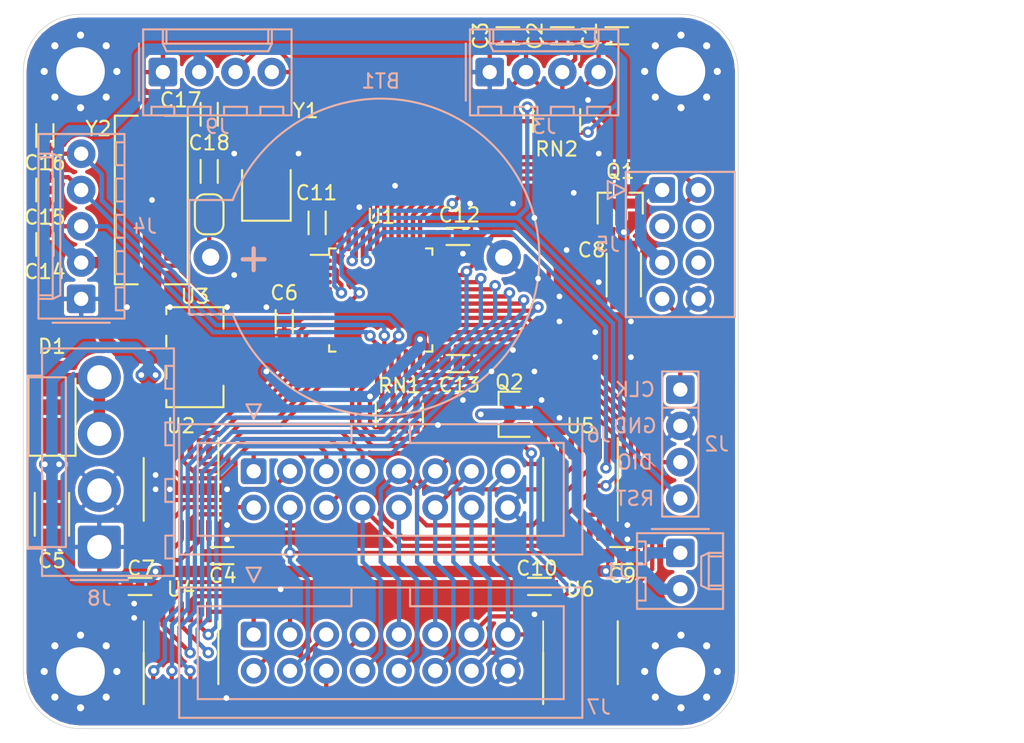
<source format=kicad_pcb>
(kicad_pcb (version 20211014) (generator pcbnew)
  (layers (0 "F.Cu" signal) (31 "B.Cu" signal) (34 "B.Paste" user) (35 "F.Paste" user) (36 "B.SilkS" user "B.Silkscreen") (37 "F.SilkS" user "F.Silkscreen") (38 "B.Mask" user) (39 "F.Mask" user) (44 "Edge.Cuts" user))
  (net 0 "")
  (net 1 "GNDD")
  (net 2 "+BATT")
  (net 3 "+4V")
  (net 4 "+3V3")
  (net 5 "+5V")
  (net 6 "ESP_RX|SWCLK")
  (net 7 "~{RGB_B4_3.3V}|SWDIO")
  (net 8 "~{RESET}")
  (net 9 "ENC_BTN|SPI_SCK")
  (net 10 "ENC_TI1|SPI_MISO")
  (net 11 "ENC_TI2|SPI_MOSI")
  (net 12 "ESP_TX")
  (net 13 "ESP_PWR")
  (net 14 "RGB_LAT_5V")
  (net 15 "RGB_D_5V")
  (net 16 "RGB_B_5V")
  (net 17 "RGB_E_5V")
  (net 18 "RGB_G2_5V")
  (net 19 "RGB_F_5V")
  (net 20 "RGB_G1_5V")
  (net 21 "RGB_OE_5V")
  (net 22 "RGB_CLK_5V")
  (net 23 "RGB_C_5V")
  (net 24 "RGB_A_5V")
  (net 25 "RGB_B2_5V")
  (net 26 "RGB_R2_5V")
  (net 27 "RGB_B1_5V")
  (net 28 "RGB_R1_5V")
  (net 29 "RGB_G4_5V")
  (net 30 "RGB_G3_5V")
  (net 31 "RGB_B4_5V")
  (net 32 "RGB_R4_5V")
  (net 33 "RGB_B3_5V")
  (net 34 "RGB_R3_5V")
  (net 35 "~{ESP_PWR}")
  (net 36 "~{BUZZER_5V}")
  (net 37 "BUZZER_3.3V")
  (net 38 "~{RGB_B_3.3V}")
  (net 39 "~{RGB_A_3.3V}")
  (net 40 "UART_RX|I2C_SDA")
  (net 41 "UART_TX|I2C_SCL")
  (net 42 "~{RGB_G4_3.3V}")
  (net 43 "~{RGB_R4_3.3V}")
  (net 44 "~{RGB_B3_3.3V}")
  (net 45 "~{RGB_G3_3.3V}")
  (net 46 "~{RGB_R3_3.3V}")
  (net 47 "~{RGB_LAT_3.3V}")
  (net 48 "~{RGB_OE_3.3V}")
  (net 49 "~{RGB_F_3.3V}")
  (net 50 "~{RGB_E_3.3V}")
  (net 51 "~{RGB_D_3.3V}")
  (net 52 "~{RGB_C_3.3V}")
  (net 53 "EXT_2")
  (net 54 "EXT_1")
  (net 55 "EXT_0")
  (net 56 "~{RGB_CLK_3.3V}")
  (net 57 "~{RGB_B2_3.3V}")
  (net 58 "~{RGB_G2_3.3V}")
  (net 59 "~{RGB_R2_3.3V}")
  (net 60 "~{RGB_B1_3.3V}")
  (net 61 "~{RGB_G1_3.3V}")
  (net 62 "~{RGB_R1_3.3V}")
  (net 63 "OSC_OUT")
  (net 64 "OSC_IN")
  (net 65 "OSC32_OUT")
  (net 66 "OSC32_IN")
  (net 67 "Net-(J5-Pad4)")
  (net 68 "Net-(J5-Pad6)")
  (net 69 "Net-(J5-Pad3)")
  (net 70 "Net-(U6-Pad6)")
  (net 71 "Net-(U6-Pad4)")
  (net 72 "Net-(U6-Pad2)")
  (net 73 "Net-(RN1-Pad1)")
  (net 74 "Net-(RN1-Pad8)")
  (footprint "Vlad:Screw_M3_9mm" (layer "F.Cu") (at 127.5 84)
    (fp_text reference "B1" hide)
    (fp_text value "M3" hide)
  )
  (footprint "Vlad:Screw_M3_9mm" (layer "F.Cu") (at 127.5 126)
    (fp_text reference "B2" hide)
    (fp_text value "M3" hide)
  )
  (footprint "Vlad:Screw_M3_9mm" (layer "F.Cu") (at 169.5 126)
    (fp_text reference "B3" hide)
    (fp_text value "M3" hide)
  )
  (footprint "Vlad:Screw_M3_9mm" (layer "F.Cu") (at 169.5 84)
    (fp_text reference "B4" hide)
    (fp_text value "M3" hide)
  )
  (footprint "Vlad:C_0603" (layer "F.Cu") (at 165.01 81.505)
    (fp_text reference "C1")
    (fp_text value "0.1" hide)
  )
  (footprint "Vlad:C_0603" (layer "F.Cu") (at 161.2 81.505 180)
    (fp_text reference "C2")
    (fp_text value "0.1" hide)
  )
  (footprint "Vlad:C_0603" (layer "F.Cu") (at 157.39 81.505 180)
    (fp_text reference "C3")
    (fp_text value "0.1" hide)
  )
  (footprint "Vlad:C_1206" (layer "F.Cu") (at 125.5 115 -90)
    (fp_text reference "C5")
    (fp_text value "10.0" hide)
  )
  (footprint "Vlad:C_1206" (layer "F.Cu") (at 165.5 98.25 -90)
    (fp_text reference "C8")
    (fp_text value "10.0" hide)
  )
  (footprint "Vlad:D_SMA" (layer "F.Cu") (at 125.5 107.5 90)
    (fp_text reference "D1")
    (fp_text value "SS14")
  )
  (footprint "Vlad:SOT-23" (layer "F.Cu") (at 165.25 93.25 90)
    (fp_text reference "Q1")
    (fp_text value "IRLML2244")
  )
  (footprint "Vlad:SOT-23" (layer "F.Cu") (at 157.5 108 180)
    (fp_text reference "Q2")
    (fp_text value "IRLML0030")
  )
  (footprint "Vlad:AMS1117" (layer "F.Cu") (at 135.5 104 -90)
    (fp_text reference "U3")
    (fp_text value "AMS1117-3.3")
  )
  (footprint "Vlad:TSSOP-14_4.4x5mm_P0.65mm" (layer "F.Cu") (at 162.47 113.255 -90)
    (fp_text reference "U5")
    (fp_text value "74HC04")
  )
  (footprint "Vlad:TSSOP-14_4.4x5mm_P0.65mm" (layer "F.Cu") (at 162.47 124.685 90)
    (fp_text reference "U6")
    (fp_text value "74HC04")
  )
  (footprint "Vlad:Crystal_Clock_SMD" (layer "F.Cu") (at 140.5 96.75 180)
    (fp_text reference "Y1")
    (fp_text value "32.768kHz")
  )
  (footprint "Vlad:Crystal_HC-49SMD" (layer "F.Cu") (at 132.5 93 -90)
    (fp_text reference "Y2")
    (fp_text value "11.0592MHz")
  )
  (footprint "Vlad:C_0603" (layer "F.Cu") (at 159.6015 120.0495 180)
    (fp_text reference "C10")
    (fp_text value "0.1" hide)
  )
  (footprint "Vlad:TSSOP-14_4.4x5mm_P0.65mm" (layer "F.Cu") (at 134.53 113.255 -90)
    (fp_text reference "U2")
    (fp_text value "74HC04")
  )
  (footprint "Vlad:LQFP-48_7x7mm_P0.5mm" (layer "F.Cu") (at 148.5 100)
    (fp_text reference "U1")
    (fp_text value "STM32F303CCTx")
  )
  (footprint "Vlad:C_0603" (layer "F.Cu") (at 137.3985 117.8905)
    (fp_text reference "C4")
    (fp_text value "0.1" hide)
  )
  (footprint "Vlad:C_0603" (layer "F.Cu") (at 165.3385 117.8905)
    (fp_text reference "C9")
    (fp_text value "0.1" hide)
  )
  (footprint "Vlad:C_0603" (layer "F.Cu") (at 141.75 101.5 90)
    (fp_text reference "C6")
    (fp_text value "0.1" hide)
  )
  (footprint "Vlad:C_0603" (layer "F.Cu") (at 144.05 94.6 90)
    (fp_text reference "C11")
    (fp_text value "0.1" hide)
  )
  (footprint "Vlad:C_0603" (layer "F.Cu") (at 153.9 95.55)
    (fp_text reference "C12")
    (fp_text value "0.1" hide)
  )
  (footprint "Vlad:C_0603" (layer "F.Cu") (at 153.9 104.45)
    (fp_text reference "C13")
    (fp_text value "0.1" hide)
  )
  (footprint "Vlad:C_0603" (layer "F.Cu") (at 125.005 96.11 -90)
    (fp_text reference "C14")
    (fp_text value "0.1" hide)
  )
  (footprint "Vlad:C_0603" (layer "F.Cu") (at 125.005 92.3 -90)
    (fp_text reference "C15")
    (fp_text value "0.1" hide)
  )
  (footprint "Vlad:C_0603" (layer "F.Cu") (at 125.005 88.49 90)
    (fp_text reference "C16")
    (fp_text value "0.1" hide)
  )
  (footprint "Vlad:R_CAT-16-4" (layer "F.Cu") (at 160.8 87.435 180)
    (fp_text reference "RN2")
    (fp_text value "1k")
  )
  (footprint "Vlad:SolderJumper-2_P1.3mm" (layer "F.Cu") (at 136.5 94 -90)
    (fp_text reference "JP1" hide)
    (fp_text value "SolderJumper_2_Open" hide)
  )
  (footprint "Vlad:C_0603" (layer "F.Cu") (at 131.6615 120.0495 180)
    (fp_text reference "C7")
    (fp_text value "0.1" hide)
  )
  (footprint "Vlad:TSSOP-14_4.4x5mm_P0.65mm" (layer "F.Cu") (at 134.53 124.685 90)
    (fp_text reference "U4")
    (fp_text value "74HC04")
  )
  (footprint "Vlad:R_CAT-16-4" (layer "F.Cu") (at 149.8 108.05 180)
    (fp_text reference "RN1")
    (fp_text value "1k")
  )
  (footprint "Vlad:C_0603" (layer "F.Cu") (at 136.5 87 90)
    (fp_text reference "C17")
    (fp_text value "20p" hide)
  )
  (footprint "Vlad:C_0603" (layer "F.Cu") (at 136.5 91 -90)
    (fp_text reference "C18")
    (fp_text value "20p" hide)
  )
  (footprint "Vlad:CR2032" (layer "B.Cu") (at 148.5 97 180)
    (fp_text reference "BT1")
    (fp_text value "CR2032")
  )
  (footprint "Vlad:PLS-4" (layer "B.Cu") (at 169.455 106.27 180)
    (fp_text reference "J2")
    (fp_text value "PLS-4")
  )
  (footprint "Vlad:WF-04" (layer "B.Cu") (at 156.12 84.045)
    (fp_text reference "J3")
    (fp_text value "WF-04")
  )
  (footprint "Vlad:ESP-01" (layer "B.Cu") (at 169.455 96.11)
    (fp_text reference "J5")
    (fp_text value "PBD-8")
  )
  (footprint "Vlad:IDC-16" (layer "B.Cu") (at 139.61 111.985 -90)
    (fp_text reference "J6")
    (fp_text value "HUB75_1")
  )
  (footprint "Vlad:IDC-16" (layer "B.Cu") (at 139.61 123.415 -90)
    (fp_text reference "J7")
    (fp_text value "HUB75_2")
  )
  (footprint "Vlad:WF-02" (layer "B.Cu") (at 169.455 117.7 -90)
    (fp_text reference "J1")
    (fp_text value "WF-02")
  )
  (footprint "Vlad:WF-05" (layer "B.Cu") (at 127.545 99.92 90)
    (fp_text reference "J4")
    (fp_text value "WF-05")
  )
  (footprint "Vlad:PWL2-04" (layer "B.Cu") (at 128.815 111.35 90)
    (fp_text reference "J8")
    (fp_text value "PWL2-04")
  )
  (footprint "Vlad:WF-04" (layer "B.Cu") (at 133.26 84.045)
    (fp_text reference "J9")
    (fp_text value "WF-04")
  )
  (gr_line (start 123.5 126) (end 123.5 84) (layer "Edge.Cuts") (width 0.05))
  (gr_arc (start 169.5 80) (mid 172.328427 81.171573) (end 173.5 84) (layer "Edge.Cuts") (width 0.05))
  (gr_line (start 127.5 80) (end 169.5 80) (layer "Edge.Cuts") (width 0.05))
  (gr_line (start 173.5 84) (end 173.5 126) (layer "Edge.Cuts") (width 0.05))
  (gr_arc (start 173.5 126) (mid 172.328427 128.828427) (end 169.5 130) (layer "Edge.Cuts") (width 0.05))
  (gr_arc (start 127.5 130) (mid 124.671573 128.828427) (end 123.5 126) (layer "Edge.Cuts") (width 0.05))
  (gr_line (start 169.5 130) (end 127.5 130) (layer "Edge.Cuts") (width 0.05))
  (gr_arc (start 123.5 84) (mid 124.671573 81.171573) (end 127.5 80) (layer "Edge.Cuts") (width 0.05))
  (gr_text "GND" (at 166.28 108.81) (layer "B.SilkS") (effects (font (size 1 1)) (justify mirror)))
  (gr_text "CLK" (at 166.28 106.27) (layer "B.SilkS") (effects (font (size 1 1)) (justify mirror)))
  (gr_text "RST" (at 166.28 113.89) (layer "B.SilkS") (effects (font (size 1 1)) (justify mirror)))
  (gr_text "DIO" (at 166.28 111.35) (layer "B.SilkS") (effects (font (size 1 1)) (justify mirror)))
  (segment (start 165.75 116.75) (end 165.75 116.75) (width 0.3) (layer "F.Cu") (net 1))
  (segment (start 141.75 100.6) (end 140.6 100.6) (width 0.3) (layer "F.Cu") (net 1))
  (segment (start 166.2385 117.8905) (end 166.2385 116.7615) (width 0.3) (layer "F.Cu") (net 1))
  (segment (start 140.6 100.6) (end 140.5 100.5) (width 0.3) (layer "F.Cu") (net 1))
  (segment (start 154.75 105.25) (end 154.8 105.2) (width 0.3) (layer "F.Cu") (net 1))
  (segment (start 151.501058 105.25) (end 151.501048 105.25001) (width 0.3) (layer "F.Cu") (net 1))
  (segment (start 153.75 97.25) (end 154.25 96.75) (width 0.3) (layer "F.Cu") (net 1))
  (segment (start 155.7 104.45) (end 156.25 105) (width 0.3) (layer "F.Cu") (net 1))
  (segment (start 146.25 95.8375) (end 146.25 94.75) (width 0.3) (layer "F.Cu") (net 1))
  (segment (start 145 94.75) (end 145 93.75) (width 0.3) (layer "F.Cu") (net 1))
  (segment (start 154.8 96.45) (end 154.55 96.45) (width 0.3) (layer "F.Cu") (net 1))
  (segment (start 144.05 93.7) (end 144.95 93.7) (width 0.3) (layer "F.Cu") (net 1))
  (segment (start 166.227 116.75) (end 165.75 116.75) (width 0.3) (layer "F.Cu") (net 1))
  (segment (start 146.25 94.75) (end 145 94.75) (width 0.3) (layer "F.Cu") (net 1))
  (segment (start 154.75 105.25) (end 151.501058 105.25) (width 0.3) (layer "F.Cu") (net 1))
  (segment (start 151.501048 105.25001) (end 150.998952 105.25001) (width 0.3) (layer "F.Cu") (net 1))
  (segment (start 141.75 100.6) (end 142.85 100.6) (width 0.3) (layer "F.Cu") (net 1))
  (segment (start 166.2385 116.7615) (end 166.227 116.75) (width 0.3) (layer "F.Cu") (net 1))
  (segment (start 147.75 94.75) (end 146.25 94.75) (width 0.3) (layer "F.Cu") (net 1))
  (segment (start 138.2985 117.8905) (end 138.2985 116.7985) (width 0.3) (layer "F.Cu") (net 1))
  (segment (start 145 93.75) (end 144.95 93.7) (width 0.3) (layer "F.Cu") (net 1))
  (segment (start 152.6625 97.75) (end 153.75 97.75) (width 0.3) (layer "F.Cu") (net 1))
  (segment (start 138.2985 116.7985) (end 138.25 116.75) (width 0.3) (layer "F.Cu") (net 1))
  (segment (start 147.75 95.8375) (end 147.75 94.75) (width 0.3) (layer "F.Cu") (net 1))
  (segment (start 153.75 97.75) (end 153.75 97.25) (width 0.3) (layer "F.Cu") (net 1))
  (segment (start 142.85 100.6) (end 143 100.75) (width 0.3) (layer "F.Cu") (net 1))
  (segment (start 144.3375 100.75) (end 143 100.75) (width 0.3) (layer "F.Cu") (net 1))
  (segment (start 150.75 104.1625) (end 150.75 105.001058) (width 0.3) (layer "F.Cu") (net 1))
  (segment (start 154.8 95.55) (end 154.8 96.45) (width 0.3) (layer "F.Cu") (net 1))
  (segment (start 137.3925 127.5475) (end 137.705 127.86) (width 0.3) (layer "F.Cu") (net 1))
  (segment (start 154.55 96.45) (end 154.25 96.75) (width 0.3) (layer "F.Cu") (net 1))
  (segment (start 150.75 105.001058) (end 150.998952 105.25001) (width 0.3) (layer "F.Cu") (net 1))
  (segment (start 154.8 105.2) (end 154.8 104.45) (width 0.3) (layer "F.Cu") (net 1))
  (segment (start 136.48 127.5475) (end 137.3925 127.5475) (width 0.3) (layer "F.Cu") (net 1))
  (segment (start 138.25 116.75) (end 137.75 116.75) (width 0.3) (layer "F.Cu") (net 1))
  (segment (start 154.8 104.45) (end 155.7 104.45) (width 0.3) (layer "F.Cu") (net 1))
  (via (at 162 92.5) (size 0.8) (drill 0.4) (layers "F.Cu" "B.Cu") (net 1))
  (via (at 165.75 116.75) (size 0.8) (drill 0.4) (layers "F.Cu" "B.Cu") (net 1))
  (via (at 137.75 116.75) (size 0.8) (drill 0.4) (layers "F.Cu" "B.Cu") (net 1))
  (via (at 159.25 105) (size 0.8) (drill 0.4) (layers "F.Cu" "B.Cu") (net 1))
  (via (at 159.5 98.5) (size 0.8) (drill 0.4) (layers "F.Cu" "B.Cu") (net 1))
  (via (at 161 99.75) (size 0.8) (drill 0.4) (layers "F.Cu" "B.Cu") (net 1))
  (via (at 154.25 96.75) (size 0.8) (drill 0.4) (layers "F.Cu" "B.Cu") (net 1))
  (via (at 149.5 92) (size 0.8) (drill 0.4) (layers "F.Cu" "B.Cu") (net 1))
  (via (at 152.5 108.75) (size 0.8) (drill 0.4) (layers "F.Cu" "B.Cu") (net 1))
  (via (at 130.75 100.5) (size 0.8) (drill 0.4) (layers "F.Cu" "B.Cu") (net 1))
  (via (at 159.75 107) (size 0.8) (drill 0.4) (layers "F.Cu" "B.Cu") (net 1))
  (via (at 163.75 98.75) (size 0.8) (drill 0.4) (layers "F.Cu" "B.Cu") (net 1))
  (via (at 154.75 93.25) (size 0.8) (drill 0.4) (layers "F.Cu" "B.Cu") (net 1))
  (via (at 137.75 100.5) (size 0.8) (drill 0.4) (layers "F.Cu" "B.Cu") (net 1))
  (via (at 147 93.5) (size 0.8) (drill 0.4) (layers "F.Cu" "B.Cu") (net 1))
  (via (at 163 86) (size 0.8) (drill 0.4) (layers "F.Cu" "B.Cu") (net 1))
  (via (at 140.5 100.5) (size 0.8) (drill 0.4) (layers "F.Cu" "B.Cu") (net 1))
  (via (at 159.25 94.25) (size 0.8) (drill 0.4) (layers "F.Cu" "B.Cu") (net 1))
  (via (at 161 101.5) (size 0.8) (drill 0.4) (layers "F.Cu" "B.Cu") (net 1))
  (via (at 157.75 103.5) (size 0.8) (drill 0.4) (layers "F.Cu" "B.Cu") (net 1))
  (via (at 141.5 120.25) (size 0.8) (drill 0.4) (layers "F.Cu" "B.Cu") (net 1))
  (via (at 154.25 107.00003) (size 0.8) (drill 0.4) (layers "F.Cu" "B.Cu") (net 1))
  (via (at 159.25 122) (size 0.8) (drill 0.4) (layers "F.Cu" "B.Cu") (net 1))
  (via (at 133.75 100.5) (size 0.8) (drill 0.4) (layers "F.Cu" "B.Cu") (net 1))
  (via (at 132.5 93) (size 0.8) (drill 0.4) (layers "F.Cu" "B.Cu") (net 1))
  (via (at 163.75 89.75) (size 0.8) (drill 0.4) (layers "F.Cu" "B.Cu") (net 1))
  (via (at 142.75 89.75) (size 0.8) (drill 0.4) (layers "F.Cu" "B.Cu") (net 1))
  (via (at 133.75 113.25) (size 0.8) (drill 0.4) (layers "F.Cu" "B.Cu") (net 1))
  (via (at 138.25 98.25) (size 0.8) (drill 0.4) (layers "F.Cu" "B.Cu") (net 1))
  (via (at 131.25 122.25) (size 0.8) (drill 0.4) (layers "F.Cu" "B.Cu") (net 1))
  (via (at 156.25 105) (size 0.8) (drill 0.4) (layers "F.Cu" "B.Cu") (net 1))
  (via (at 163.5 102.25) (size 0.8) (drill 0.4) (layers "F.Cu" "B.Cu") (net 1))
  (via (at 132.75 113.25) (size 0.8) (drill 0.4) (layers "F.Cu" "B.Cu") (net 1))
  (via (at 166 104) (size 0.8) (drill 0.4) (layers "F.Cu" "B.Cu") (net 1))
  (via (at 131.25 121.25) (size 0.8) (drill 0.4) (layers "F.Cu" "B.Cu") (net 1))
  (via (at 166 101.5) (size 0.8) (drill 0.4) (layers "F.Cu" "B.Cu") (net 1))
  (via (at 163.5 104) (size 0.8) (drill 0.4) (layers "F.Cu" "B.Cu") (net 1))
  (via (at 161.5 96.5) (size 0.8) (drill 0.4) (layers "F.Cu" "B.Cu") (net 1))
  (via (at 132.75 112.25) (size 0.8) (drill 0.4) (layers "F.Cu" "B.Cu") (net 1))
  (via (at 137.75 113.25) (size 0.8) (drill 0.4) (layers "F.Cu" "B.Cu") (net 1))
  (via (at 161 108.25) (size 0.8) (drill 0.4) (layers "F.Cu" "B.Cu") (net 1))
  (via (at 137.705 127.86) (size 0.8) (drill 0.4) (layers "F.Cu" "B.Cu") (net 1))
  (via (at 165.75 115.75) (size 0.8) (drill 0.4) (layers "F.Cu" "B.Cu") (net 1))
  (via (at 157.75 93.25) (size 0.8) (drill 0.4) (layers "F.Cu" "B.Cu") (net 1))
  (via (at 138.25 89.75) (size 0.8) (drill 0.4) (layers "F.Cu" "B.Cu") (net 1))
  (via (at 137.75 115.750036) (size 0.8) (drill 0.4) (layers "F.Cu" "B.Cu") (net 1))
  (segment (start 154.25 107.00003) (end 154.24997 107.00003) (width 0.8) (layer "B.Cu") (net 1))
  (segment (start 156.25 105) (end 156.25 105.00003) (width 0.8) (layer "B.Cu") (net 1))
  (segment (start 156.25 105.00003) (end 154.25 107.00003) (width 0.8) (layer "B.Cu") (net 1))
  (segment (start 137.497591 94.899999) (end 142.280001 94.899999) (width 0.3) (layer "F.Cu") (net 2))
  (segment (start 142.50712 95.127118) (end 142.280001 94.899999) (width 0.3) (layer "F.Cu") (net 2))
  (segment (start 136.6 97) (end 136.5 96.9) (width 0.3) (layer "F.Cu") (net 2))
  (segment (start 142.50712 96.25) (end 142.50712 95.127118) (width 0.3) (layer "F.Cu") (net 2))
  (segment (start 144.3375 97.25) (end 143.50712 97.25) (width 0.3) (layer "F.Cu") (net 2))
  (segment (start 136.5 96.9) (end 136.5 94.75) (width 0.3) (layer "F.Cu") (net 2))
  (segment (start 136.5 94.65) (end 137.247592 94.65) (width 0.3) (layer "F.Cu") (net 2))
  (segment (start 137.247592 94.65) (end 137.497591 94.899999) (width 0.3) (layer "F.Cu") (net 2))
  (segment (start 143.50712 97.25) (end 142.50712 96.25) (width 0.3) (layer "F.Cu") (net 2))
  (segment (start 132.2 106.29) (end 132.2 105.8) (width 0.8) (layer "F.Cu") (net 3))
  (segment (start 160.52 121.8225) (end 160.52 118.975) (width 0.3) (layer "F.Cu") (net 3))
  (segment (start 125 111.5) (end 125.5 112) (width 0.8) (layer "F.Cu") (net 3))
  (segment (start 125.5 113.3) (end 125.5 112) (width 0.8) (layer "F.Cu") (net 3))
  (segment (start 125.5 112) (end 126 111.5) (width 0.8) (layer "F.Cu") (net 3))
  (segment (start 136.48 116.1175) (end 136.48 118.965) (width 0.3) (layer "F.Cu") (net 3))
  (segment (start 132.75 119.000004) (end 157.820994 119.000004) (width 0.8) (layer "F.Cu") (net 3))
  (segment (start 126 111.5) (end 125.5 111) (width 0.8) (layer "F.Cu") (net 3))
  (segment (start 163.684315 118.975) (end 164.25 118.975) (width 0.8) (layer "F.Cu") (net 3))
  (segment (start 164.42 118.805) (end 164.25 118.975) (width 0.3) (layer "F.Cu") (net 3))
  (segment (start 132.2 105.8) (end 132.75 105.25) (width 0.8) (layer "F.Cu") (net 3))
  (segment (start 157.845998 118.975) (end 163.684315 118.975) (width 0.8) (layer "F.Cu") (net 3))
  (segment (start 132.58 121.8225) (end 132.58 119.170004) (width 0.3) (layer "F.Cu") (net 3))
  (segment (start 164.42 116.1175) (end 164.42 118.805) (width 0.3) (layer "F.Cu") (net 3))
  (segment (start 132.2 106.29) (end 132.2 105.7) (width 0.8) (layer "F.Cu") (net 3))
  (segment (start 125.5 109.5) (end 125.5 111) (width 0.8) (layer "F.Cu") (net 3))
  (segment (start 132.58 119.170004) (end 132.75 119.000004) (width 0.3) (layer "F.Cu") (net 3))
  (segment (start 132.2 105.7) (end 131.75 105.25) (width 0.8) (layer "F.Cu") (net 3))
  (segment (start 157.820994 119.000004) (end 157.845998 118.975) (width 0.8) (layer "F.Cu") (net 3))
  (segment (start 125 111.5) (end 125.5 111) (width 0.8) (layer "F.Cu") (net 3))
  (via (at 132.75 119.000004) (size 0.8) (drill 0.4) (layers "F.Cu" "B.Cu") (net 3))
  (via locked (at 131.75 105.25) (size 0.8) (drill 0.4) (layers "F.Cu" "B.Cu") (net 3))
  (via (at 125 111.5) (size 0.8) (drill 0.4) (layers "F.Cu" "B.Cu") (net 3))
  (via (at 126 111.5) (size 0.8) (drill 0.4) (layers "F.Cu" "B.Cu") (net 3))
  (via locked (at 132.75 105.25) (size 0.8) (drill 0.4) (layers "F.Cu" "B.Cu") (net 3))
  (via (at 164.25 118.975) (size 0.8) (drill 0.4) (layers "F.Cu" "B.Cu") (net 3))
  (segment (start 127.806999 103.309999) (end 125.5 105.616998) (width 0.8) (layer "B.Cu") (net 3))
  (segment (start 132.25 104.75) (end 132.75 105.25) (width 0.8) (layer "B.Cu") (net 3))
  (segment (start 125.5 111) (end 125.399999 111.100001) (width 0.8) (layer "B.Cu") (net 3))
  (segment (start 125 111.5) (end 125.5 112) (width 0.8) (layer "B.Cu") (net 3))
  (segment (start 125.5 105.616998) (end 125.5 110.5) (width 0.8) (layer "B.Cu") (net 3))
  (segment (start 131.309999 103.309999) (end 127.806999 103.309999) (width 0.8) (layer "B.Cu") (net 3))
  (segment (start 125.5 112) (end 126 111.5) (width 0.8) (layer "B.Cu") (net 3))
  (segment (start 131.75 105.25) (end 132.25 104.75) (width 0.8) (layer "B.Cu") (net 3))
  (segment (start 132.350001 119.400003) (end 132.75 119.000004) (width 0.8) (layer "B.Cu") (net 3))
  (segment (start 169.455 120.24) (end 168.185 120.24) (width 0.8) (layer "B.Cu") (net 3))
  (segment (start 125.5 111) (end 125.600001 111.100001) (width 0.8) (layer "B.Cu") (net 3))
  (segment (start 125.5 110.5) (end 125.5 111) (width 0.8) (layer "B.Cu") (net 3))
  (segment (start 164.25 118.975) (end 166.92 118.975) (width 0.8) (layer "B.Cu") (net 3))
  (segment (start 132.350001 119.400003) (end 127.222319 119.400003) (width 0.8) (layer "B.Cu") (net 3))
  (segment (start 166.92 118.975) (end 168.185 120.24) (width 0.8) (layer "B.Cu") (net 3))
  (segment (start 125.600001 111.100001) (end 126 111.5) (width 0.8) (layer "B.Cu") (net 3))
  (segment (start 125.399999 111.100001) (end 125 111.5) (width 0.8) (layer "B.Cu") (net 3))
  (segment (start 132.25 104.75) (end 132.25 104.25) (width 0.8) (layer "B.Cu") (net 3))
  (segment (start 132.25 104.25) (end 131.309999 103.309999) (width 0.8) (layer "B.Cu") (net 3))
  (segment (start 125.5 112) (end 125.5 117.677684) (width 0.8) (layer "B.Cu") (net 3))
  (segment (start 125.5 117.677684) (end 127.222319 119.400003) (width 0.8) (layer "B.Cu") (net 3))
  (segment (start 141 103.9) (end 140.9 104) (width 0.3) (layer "F.Cu") (net 4))
  (segment (start 159.6 88.285) (end 161.965 88.285) (width 0.3) (layer "F.Cu") (net 4))
  (segment (start 130.513002 104) (end 129.14501 102.632008) (width 0.8) (layer "F.Cu") (net 4))
  (segment (start 132.2 104) (end 130.513002 104) (width 0.8) (layer "F.Cu") (net 4))
  (segment (start 143.00713 94.920008) (end 143.00713 95.25713) (width 0.3) (layer "F.Cu") (net 4))
  (segment (start 141.75 103.15) (end 141 103.9) (width 0.3) (layer "F.Cu") (net 4))
  (segment (start 141.75 101.7) (end 141.95 101.5) (width 0.3) (layer "F.Cu") (net 4))
  (segment (start 149.4 108.9) (end 148.6 108.9) (width 0.3) (layer "F.Cu") (net 4))
  (segment (start 143 101.25) (end 142.75 101.5) (width 0.3) (layer "F.Cu") (net 4))
  (segment (start 166.2 94.25) (end 166.2 94.55) (width 0.8) (layer "F.Cu") (net 4))
  (segment (start 128.959213 97.38) (end 127.545 97.38) (width 0.8) (layer "F.Cu") (net 4))
  (segment (start 166.2 94.55) (end 165.5 95.25) (width 0.8) (layer "F.Cu") (net 4))
  (segment (start 135.5 104) (end 132.2 104) (width 0.3) (layer "F.Cu") (net 4))
  (segment (start 144.3375 101.25) (end 143 101.25) (width 0.3) (layer "F.Cu") (net 4))
  (segment (start 138.649989 94.399989) (end 142.487111 94.399989) (width 0.3) (layer "F.Cu") (net 4))
  (segment (start 142.487111 94.399989) (end 143.00713 94.920008) (width 0.3) (layer "F.Cu") (net 4))
  (segment (start 148.6 108.9) (end 148.08 108.9) (width 0.3) (layer "F.Cu") (net 4))
  (segment (start 129.14501 102.632008) (end 129.14501 97.565797) (width 0.8) (layer "F.Cu") (net 4))
  (segment (start 142.75 101.5) (end 141.95 101.5) (width 0.3) (layer "F.Cu") (net 4))
  (segment (start 141.75 102.4) (end 141.75 101.7) (width 0.3) (layer "F.Cu") (net 4))
  (segment (start 150.2 108.9) (end 149.4 108.9) (width 0.3) (layer "F.Cu") (net 4))
  (segment (start 140.9 104) (end 138.8 104) (width 0.3) (layer "F.Cu") (net 4))
  (segment (start 137.6 93.35) (end 138.649989 94.399989) (width 0.3) (layer "F.Cu") (net 4))
  (segment (start 147.75 108.57) (end 147.75 106.75) (width 0.3) (layer "F.Cu") (net 4))
  (segment (start 165.5 96.55) (end 165.5 95.25) (width 0.8) (layer "F.Cu") (net 4))
  (segment (start 162 88.285) (end 162.965 88.285) (width 0.3) (layer "F.Cu") (net 4))
  (segment (start 162.965 88.285) (end 163 88.25) (width 0.3) (layer "F.Cu") (net 4))
  (segment (start 136.5 93.35) (end 137.6 93.35) (width 0.3) (layer "F.Cu") (net 4))
  (segment (start 143.00713 95.25713) (end 143.25 95.5) (width 0.3) (layer "F.Cu") (net 4))
  (segment (start 141.75 102.4) (end 141.75 103.15) (width 0.3) (layer "F.Cu") (net 4))
  (segment (start 129.14501 97.565797) (end 128.959213 97.38) (width 0.8) (layer "F.Cu") (net 4))
  (segment (start 143.25 95.5) (end 144.05 95.5) (width 0.3) (layer "F.Cu") (net 4))
  (segment (start 148.08 108.9) (end 147.75 108.57) (width 0.3) (layer "F.Cu") (net 4))
  (via (at 140.5 105) (size 0.8) (drill 0.4) (layers "F.Cu" "B.Cu") (net 4))
  (via (at 147.75 106.75) (size 0.8) (drill 0.4) (layers "F.Cu" "B.Cu") (net 4))
  (via (at 165.5 95.25) (size 0.8) (drill 0.4) (layers "F.Cu" "B.Cu") (net 4))
  (via (at 151.25 102.75) (size 0.8) (drill 0.4) (layers "F.Cu" "B.Cu") (net 4))
  (via (at 163 88.25) (size 0.8) (drill 0.4) (layers "F.Cu" "B.Cu") (net 4))
  (segment (start 135.8 82.630787) (end 135.614203 82.44499) (width 0.8) (layer "B.Cu") (net 4))
  (segment (start 132.157912 82.44499) (end 164.507992 82.44499) (width 0.8) (layer "B.Cu") (net 4))
  (segment (start 147.75 106.75) (end 142.25 106.75) (width 0.8) (layer "B.Cu") (net 4))
  (segment (start 127.545 97.38) (end 125.944999 95.779999) (width 0.8) (layer "B.Cu") (net 4))
  (segment (start 135.8 84.045) (end 135.8 82.630787) (width 0.8) (layer "B.Cu") (net 4))
  (segment (start 135.614203 82.44499) (end 132.157912 82.44499) (width 0.8) (layer "B.Cu") (net 4))
  (segment (start 131.65999 85.84001) (end 129.340001 88.159999) (width 0.8) (layer "B.Cu") (net 4))
  (segment (start 164.507992 82.44499) (end 165.340001 83.276999) (width 0.8) (layer "B.Cu") (net 4))
  (segment (start 131.65999 82.942912) (end 131.65999 85.84001) (width 0.8) (layer "B.Cu") (net 4))
  (segment (start 165.340001 83.276999) (end 165.340001 95.090001) (width 0.8) (layer "B.Cu") (net 4))
  (segment (start 132.157912 82.44499) (end 131.65999 82.942912) (width 0.8) (layer "B.Cu") (net 4))
  (segment (start 163 88.25) (end 165.340001 85.909999) (width 0.3) (layer "B.Cu") (net 4))
  (segment (start 165.340001 85.909999) (end 165.340001 83.276999) (width 0.3) (layer "B.Cu") (net 4))
  (segment (start 165.340001 95.090001) (end 165.5 95.25) (width 0.8) (layer "B.Cu") (net 4))
  (segment (start 126.776999 88.159999) (end 125.944999 88.991999) (width 0.8) (layer "B.Cu") (net 4))
  (segment (start 142.25 106.75) (end 140.5 105) (width 0.8) (layer "B.Cu") (net 4))
  (segment (start 151.25 103.25) (end 147.75 106.75) (width 0.8) (layer "B.Cu") (net 4))
  (segment (start 129.340001 88.159999) (end 126.776999 88.159999) (width 0.8) (layer "B.Cu") (net 4))
  (segment (start 125.944999 95.779999) (end 125.944999 88.991999) (width 0.8) (layer "B.Cu") (net 4))
  (segment (start 151.25 102.75) (end 151.25 103.25) (width 0.8) (layer "B.Cu") (net 4))
  (segment (start 128.815 109.37) (end 128.815 105.635) (width 0.8) (layer "F.Cu") (net 5))
  (segment (start 125.5 105.5) (end 128.68 105.5) (width 0.8) (layer "F.Cu") (net 5))
  (segment (start 128.68 105.5) (end 128.815 105.635) (width 0.8) (layer "F.Cu") (net 5))
  (segment (start 151.25 94.28348) (end 154.53346 91.00002) (width 0.3) (layer "F.Cu") (net 6))
  (segment (start 166.934999 99.319999) (end 166.934999 100.520001) (width 0.3) (layer "F.Cu") (net 6))
  (segment (start 169.455 106.27) (end 169.455 103.040002) (width 0.3) (layer "F.Cu") (net 6))
  (segment (start 170.725 92.3) (end 169.42502 91.00002) (width 0.3) (layer "F.Cu") (net 6))
  (segment (start 170.725 92.3) (end 169.435001 93.589999) (width 0.3) (layer "F.Cu") (net 6))
  (segment (start 167.584999 98.669999) (end 166.934999 99.319999) (width 0.3) (layer "F.Cu") (net 6))
  (segment (start 168.785001 98.669999) (end 167.584999 98.669999) (width 0.3) (layer "F.Cu") (net 6))
  (segment (start 169.455 103.040002) (end 166.934999 100.520001) (width 0.3) (layer "F.Cu") (net 6))
  (segment (start 154.53346 91.00002) (end 169.42502 91.00002) (width 0.3) (layer "F.Cu") (net 6))
  (segment (start 169.435001 98.019999) (end 168.785001 98.669999) (width 0.3) (layer "F.Cu") (net 6))
  (segment (start 151.25 95.8375) (end 151.25 94.28348) (width 0.3) (layer "F.Cu") (net 6))
  (segment (start 169.435001 93.589999) (end 169.435001 98.019999) (width 0.3) (layer "F.Cu") (net 6))
  (segment (start 155.549999 96.255999) (end 155.549999 96.950001) (width 0.3) (layer "F.Cu") (net 7))
  (segment (start 167.000035 110.5) (end 167.000035 108.770141) (width 0.3) (layer "F.Cu") (net 7))
  (segment (start 160.25 102.020106) (end 160.25 97.855998) (width 0.3) (layer "F.Cu") (net 7))
  (segment (start 167.000035 108.770141) (end 167.000033 108.770139) (width 0.3) (layer "F.Cu") (net 7))
  (segment (start 152.6625 98.25) (end 154.25 98.25) (width 0.3) (layer "F.Cu") (net 7))
  (segment (start 132.58 127.5475) (end 132.58 126) (width 0.3) (layer "F.Cu") (net 7))
  (segment (start 156.355999 95.449999) (end 155.549999 96.255999) (width 0.3) (layer "F.Cu") (net 7))
  (segment (start 132.58 126) (end 132.625 125.955) (width 0.3) (layer "F.Cu") (net 7))
  (segment (start 169.455 111.35) (end 167.850035 111.35) (width 0.3) (layer "F.Cu") (net 7))
  (segment (start 154.25 98.25) (end 154.5 98) (width 0.3) (layer "F.Cu") (net 7))
  (segment (start 160.25 97.855998) (end 157.844001 95.449999) (width 0.3) (layer "F.Cu") (net 7))
  (segment (start 157.844001 95.449999) (end 156.355999 95.449999) (width 0.3) (layer "F.Cu") (net 7))
  (segment (start 154.5 98) (end 155.549999 96.950001) (width 0.3) (layer "F.Cu") (net 7))
  (segment (start 167.000033 108.770139) (end 160.25 102.020106) (width 0.3) (layer "F.Cu") (net 7))
  (segment (start 167.850035 111.35) (end 167.000035 110.5) (width 0.3) (layer "F.Cu") (net 7))
  (via (at 154.5 98) (size 0.8) (drill 0.4) (layers "F.Cu" "B.Cu") (net 7))
  (via (at 132.625 125.955) (size 0.8) (drill 0.4) (layers "F.Cu" "B.Cu") (net 7))
  (segment (start 137.676025 108.234949) (end 134.5 111.410974) (width 0.3) (layer "B.Cu") (net 7))
  (segment (start 154.5 101.9644) (end 148.229451 108.234949) (width 0.3) (layer "B.Cu") (net 7))
  (segment (start 148.229451 108.234949) (end 137.676025 108.234949) (width 0.3) (layer "B.Cu") (net 7))
  (segment (start 154.5 98) (end 154.5 101.9644) (width 0.3) (layer "B.Cu") (net 7))
  (segment (start 133.39499 122.516528) (end 133.39499 125.18501) (width 0.3) (layer "B.Cu") (net 7))
  (segment (start 134.5 111.410974) (end 134.5 121.411518) (width 0.3) (layer "B.Cu") (net 7))
  (segment (start 133.39499 125.18501) (end 132.625 125.955) (width 0.3) (layer "B.Cu") (net 7))
  (segment (start 134.5 121.411518) (end 133.39499 122.516528) (width 0.3) (layer "B.Cu") (net 7))
  (segment (start 158.835 86.585) (end 158.75 86.5) (width 0.3) (layer "F.Cu") (net 8))
  (segment (start 159.6 86.585) (end 158.835 86.585) (width 0.3) (layer "F.Cu") (net 8))
  (segment (start 146.25 100.25) (end 147 99.5) (width 0.3) (layer "F.Cu") (net 8))
  (segment (start 144.3375 100.25) (end 146.25 100.25) (width 0.3) (layer "F.Cu") (net 8))
  (via (at 158.75 86.5) (size 0.8) (drill 0.4) (layers "F.Cu" "B.Cu") (net 8))
  (via (at 147 99.5) (size 0.8) (drill 0.4) (layers "F.Cu" "B.Cu") (net 8))
  (segment (start 158.75 93.558202) (end 158.058222 94.24998) (width 0.3) (layer "B.Cu") (net 8))
  (segment (start 158.75 86.5) (end 158.75 93.558202) (width 0.3) (layer "B.Cu") (net 8))
  (segment (start 148.227215 94.24998) (end 145.749999 96.727196) (width 0.3) (layer "B.Cu") (net 8))
  (segment (start 169.455 113.89) (end 165.25002 109.68502) (width 0.3) (layer "B.Cu") (net 8))
  (segment (start 147 99.5) (end 145.749999 98.249999) (width 0.3) (layer "B.Cu") (net 8))
  (segment (start 165.25002 101.441778) (end 158.058222 94.24998) (width 0.3) (layer "B.Cu") (net 8))
  (segment (start 158.058222 94.24998) (end 148.227215 94.24998) (width 0.3) (layer "B.Cu") (net 8))
  (segment (start 145.749999 98.249999) (end 145.749999 96.727196) (width 0.3) (layer "B.Cu") (net 8))
  (segment (start 165.25002 109.68502) (end 165.25002 101.441778) (width 0.3) (layer "B.Cu") (net 8))
  (segment (start 154.11924 90) (end 162.360002 90) (width 0.3) (layer "F.Cu") (net 9))
  (segment (start 150.25 95.8375) (end 150.25 93.86924) (width 0.3) (layer "F.Cu") (net 9))
  (segment (start 162 85.785) (end 163.74 84.045) (width 0.3) (layer "F.Cu") (net 9))
  (segment (start 162.52 86.585) (end 163.750001 87.815001) (width 0.3) (layer "F.Cu") (net 9))
  (segment (start 150.25 93.86924) (end 154.11924 90) (width 0.3) (layer "F.Cu") (net 9))
  (segment (start 162.360002 90) (end 163.750001 88.610001) (width 0.3) (layer "F.Cu") (net 9))
  (segment (start 164.11 81.505) (end 164.11 82.405) (width 0.3) (layer "F.Cu") (net 9))
  (segment (start 164.11 82.405) (end 163.74 82.775) (width 0.3) (layer "F.Cu") (net 9))
  (segment (start 163.74 84.045) (end 163.74 82.775) (width 0.3) (layer "F.Cu") (net 9))
  (segment (start 162 86.585) (end 162.52 86.585) (width 0.3) (layer "F.Cu") (net 9))
  (segment (start 162 86.585) (end 162 85.785) (width 0.3) (layer "F.Cu") (net 9))
  (segment (start 163.750001 87.815001) (end 163.750001 88.610001) (width 0.3) (layer "F.Cu") (net 9))
  (segment (start 161.2 86.585) (end 161.2 84.045) (width 0.3) (layer "F.Cu") (net 10))
  (segment (start 149.75 93.66212) (end 155.927121 87.484999) (width 0.3) (layer "F.Cu") (net 10))
  (segment (start 149.75 95.8375) (end 149.75 93.66212) (width 0.3) (layer "F.Cu") (net 10))
  (segment (start 162.1 83.145) (end 161.2 84.045) (width 0.3) (layer "F.Cu") (net 10))
  (segment (start 161.2 86.585) (end 161.2 87.335) (width 0.3) (layer "F.Cu") (net 10))
  (segment (start 161.050001 87.484999) (end 155.927121 87.484999) (width 0.3) (layer "F.Cu") (net 10))
  (segment (start 161.2 87.335) (end 161.050001 87.484999) (width 0.3) (layer "F.Cu") (net 10))
  (segment (start 162.1 81.505) (end 162.1 83.145) (width 0.3) (layer "F.Cu") (net 10))
  (segment (start 160.4 85.785) (end 158.66 84.045) (width 0.3) (layer "F.Cu") (net 11))
  (segment (start 158.29 81.505) (end 158.29 82.405) (width 0.3) (layer "F.Cu") (net 11))
  (segment (start 160.4 86.585) (end 160.4 85.785) (width 0.3) (layer "F.Cu") (net 11))
  (segment (start 158.66 84.045) (end 158.66 82.775) (width 0.3) (layer "F.Cu") (net 11))
  (segment (start 158.66 84.045) (end 149.25 93.455) (width 0.3) (layer "F.Cu") (net 11))
  (segment (start 158.29 82.405) (end 158.66 82.775) (width 0.3) (layer "F.Cu") (net 11))
  (segment (start 149.25 95.8375) (end 149.25 93.455) (width 0.3) (layer "F.Cu") (net 11))
  (segment (start 154.32635 90.50001) (end 170.775012 90.50001) (width 0.3) (layer "F.Cu") (net 12))
  (segment (start 170.775012 90.50001) (end 171.975001 91.699999) (width 0.3) (layer "F.Cu") (net 12))
  (segment (start 150.75 94.07636) (end 154.32635 90.50001) (width 0.3) (layer "F.Cu") (net 12))
  (segment (start 150.75 95.8375) (end 150.75 94.07636) (width 0.3) (layer "F.Cu") (net 12))
  (segment (start 169.435001 101.170001) (end 168.185 99.92) (width 0.3) (layer "F.Cu") (net 12))
  (segment (start 171.975001 100.520001) (end 171.325001 101.170001) (width 0.3) (layer "F.Cu") (net 12))
  (segment (start 171.975001 91.699999) (end 171.975001 100.520001) (width 0.3) (layer "F.Cu") (net 12))
  (segment (start 171.325001 101.170001) (end 169.435001 101.170001) (width 0.3) (layer "F.Cu") (net 12))
  (segment (start 168.185 92.3) (end 165.3 92.3) (width 0.8) (layer "F.Cu") (net 13))
  (segment (start 165.3 92.3) (end 165.25 92.25) (width 0.8) (layer "F.Cu") (net 13))
  (segment (start 167.285 92.3) (end 166.684999 92.900001) (width 0.8) (layer "B.Cu") (net 13))
  (segment (start 168.185 92.3) (end 167.285 92.3) (width 0.8) (layer "B.Cu") (net 13))
  (segment (start 166.684999 92.900001) (end 166.684999 95.879999) (width 0.8) (layer "B.Cu") (net 13))
  (segment (start 168.185 97.38) (end 166.684999 95.879999) (width 0.8) (layer "B.Cu") (net 13))
  (segment (start 164.42 122.56) (end 162.295 124.685) (width 0.3) (layer "F.Cu") (net 14))
  (segment (start 162.295 124.685) (end 156.12 124.685) (width 0.3) (layer "F.Cu") (net 14))
  (segment (start 154.85 125.955) (end 156.12 124.685) (width 0.3) (layer "F.Cu") (net 14))
  (segment (start 164.42 121.8225) (end 164.42 122.56) (width 0.3) (layer "F.Cu") (net 14))
  (segment (start 156.12 119.605) (end 156.12 124.685) (width 0.3) (layer "B.Cu") (net 14))
  (segment (start 154.85 118.335) (end 156.12 119.605) (width 0.3) (layer "B.Cu") (net 14))
  (segment (start 154.85 114.525) (end 154.85 118.335) (width 0.3) (layer "B.Cu") (net 14))
  (segment (start 156.12 124.685) (end 154.85 125.955) (width 0.3) (layer "B.Cu") (net 14))
  (segment (start 162.47 110.3925) (end 162.47 111.13) (width 0.3) (layer "F.Cu") (net 15))
  (segment (start 162.47 111.13) (end 160.345 113.255) (width 0.3) (layer "F.Cu") (net 15))
  (segment (start 160.345 113.255) (end 153.58 113.255) (width 0.3) (layer "F.Cu") (net 15))
  (segment (start 153.58 113.255) (end 152.31 114.525) (width 0.3) (layer "F.Cu") (net 15))
  (segment (start 152.31 114.525) (end 152.31 118.335) (width 0.3) (layer "B.Cu") (net 15))
  (segment (start 152.31 118.335) (end 153.58 119.605) (width 0.3) (layer "B.Cu") (net 15))
  (segment (start 153.58 124.685) (end 152.31 125.955) (width 0.3) (layer "B.Cu") (net 15))
  (segment (start 153.58 119.605) (end 153.58 124.685) (width 0.3) (layer "B.Cu") (net 15))
  (segment (start 149.77 116.35788) (end 149.77 114.525) (width 0.3) (layer "F.Cu") (net 16))
  (segment (start 160.52 116.1175) (end 160.1325 116.1175) (width 0.3) (layer "F.Cu") (net 16))
  (segment (start 160.1325 116.1175) (end 159.545 116.705) (width 0.3) (layer "F.Cu") (net 16))
  (segment (start 150.11712 116.705) (end 149.77 116.35788) (width 0.3) (layer "F.Cu") (net 16))
  (segment (start 159.545 116.705) (end 150.11712 116.705) (width 0.3) (layer "F.Cu") (net 16))
  (segment (start 149.77 118.335) (end 151.04 119.605) (width 0.3) (layer "B.Cu") (net 16))
  (segment (start 149.77 114.525) (end 149.77 118.335) (width 0.3) (layer "B.Cu") (net 16))
  (segment (start 151.04 124.685) (end 149.77 125.955) (width 0.3) (layer "B.Cu") (net 16))
  (segment (start 151.04 119.605) (end 151.04 124.685) (width 0.3) (layer "B.Cu") (net 16))
  (segment (start 149.91001 117.20501) (end 161.46999 117.20501) (width 0.3) (layer "F.Cu") (net 17))
  (segment (start 161.82 116.855) (end 161.82 116.1175) (width 0.3) (layer "F.Cu") (net 17))
  (segment (start 147.23 114.525) (end 149.91001 117.20501) (width 0.3) (layer "F.Cu") (net 17))
  (segment (start 161.46999 117.20501) (end 161.82 116.855) (width 0.3) (layer "F.Cu") (net 17))
  (segment (start 147.23 118.335) (end 148.5 119.605) (width 0.3) (layer "B.Cu") (net 17))
  (segment (start 148.5 119.605) (end 148.5 124.685) (width 0.3) (layer "B.Cu") (net 17))
  (segment (start 147.23 114.525) (end 147.23 118.335) (width 0.3) (layer "B.Cu") (net 17))
  (segment (start 148.5 124.685) (end 147.23 125.955) (width 0.3) (layer "B.Cu") (net 17))
  (segment (start 134.53 111.13) (end 135.38002 111.98002) (width 0.3) (layer "F.Cu") (net 18))
  (segment (start 144.979979 109.734979) (end 145.96 110.715) (width 0.3) (layer "F.Cu") (net 18))
  (segment (start 145.96 110.715) (end 145.96 113.255) (width 0.3) (layer "F.Cu") (net 18))
  (segment (start 134.53 110.3925) (end 134.53 111.13) (width 0.3) (layer "F.Cu") (net 18))
  (segment (start 137.83999 110.899464) (end 139.004475 109.734979) (width 0.3) (layer "F.Cu") (net 18))
  (segment (start 145.96 113.255) (end 144.69 114.525) (width 0.3) (layer "F.Cu") (net 18))
  (segment (start 137.83999 111.36713) (end 137.83999 110.899464) (width 0.3) (layer "F.Cu") (net 18))
  (segment (start 139.004475 109.734979) (end 144.979979 109.734979) (width 0.3) (layer "F.Cu") (net 18))
  (segment (start 135.38002 111.98002) (end 137.2271 111.98002) (width 0.3) (layer "F.Cu") (net 18))
  (segment (start 137.2271 111.98002) (end 137.83999 111.36713) (width 0.3) (layer "F.Cu") (net 18))
  (segment (start 162.26998 117.70502) (end 142.15502 117.70502) (width 0.3) (layer "F.Cu") (net 19))
  (segment (start 163.12 116.1175) (end 163.12 116.855) (width 0.3) (layer "F.Cu") (net 19))
  (segment (start 142.15502 117.70502) (end 142.15 117.7) (width 0.3) (layer "F.Cu") (net 19))
  (segment (start 163.12 116.855) (end 162.26998 117.70502) (width 0.3) (layer "F.Cu") (net 19))
  (via (at 142.15 117.7) (size 0.8) (drill 0.4) (layers "F.Cu" "B.Cu") (net 19))
  (segment (start 143.049999 125.055001) (end 143.400001 124.704999) (width 0.3) (layer "B.Cu") (net 19))
  (segment (start 143.400001 119.585001) (end 142.15 118.335) (width 0.3) (layer "B.Cu") (net 19))
  (segment (start 142.15 125.955) (end 143.049999 125.055001) (width 0.3) (layer "B.Cu") (net 19))
  (segment (start 142.15 117.7) (end 142.15 114.525) (width 0.3) (layer "B.Cu") (net 19))
  (segment (start 142.15 118.335) (end 142.15 117.7) (width 0.3) (layer "B.Cu") (net 19))
  (segment (start 143.400001 124.704999) (end 143.400001 119.585001) (width 0.3) (layer "B.Cu") (net 19))
  (segment (start 133.88 116.1175) (end 133.8825 116.1175) (width 0.3) (layer "F.Cu") (net 20))
  (segment (start 133.97999 115.293596) (end 134.773566 114.50002) (width 0.3) (layer "F.Cu") (net 20))
  (segment (start 133.8825 116.1175) (end 133.97999 116.02001) (width 0.3) (layer "F.Cu") (net 20))
  (segment (start 134.773566 114.50002) (end 139.74998 114.50002) (width 0.3) (layer "F.Cu") (net 20))
  (segment (start 133.97999 116.02001) (end 133.97999 115.293596) (width 0.3) (layer "F.Cu") (net 20))
  (segment (start 163.12 122.56) (end 162.265 123.415) (width 0.3) (layer "F.Cu") (net 21))
  (segment (start 163.12 121.8225) (end 163.12 122.56) (width 0.3) (layer "F.Cu") (net 21))
  (segment (start 162.265 123.415) (end 157.39 123.415) (width 0.3) (layer "F.Cu") (net 21))
  (segment (start 157.39 119.605) (end 157.39 123.415) (width 0.3) (layer "B.Cu") (net 21))
  (segment (start 156.12 118.335) (end 157.39 119.605) (width 0.3) (layer "B.Cu") (net 21))
  (segment (start 157.39 111.985) (end 156.12 113.255) (width 0.3) (layer "B.Cu") (net 21))
  (segment (start 156.12 113.255) (end 156.12 118.335) (width 0.3) (layer "B.Cu") (net 21))
  (segment (start 155.749999 122.515001) (end 156.12 122.145) (width 0.3) (layer "F.Cu") (net 22))
  (segment (start 161.82 122.56) (end 161.46999 122.91001) (width 0.3) (layer "F.Cu") (net 22))
  (segment (start 156.12 122.145) (end 158.025 122.145) (width 0.3) (layer "F.Cu") (net 22))
  (segment (start 158.79001 122.91001) (end 158.025 122.145) (width 0.3) (layer "F.Cu") (net 22))
  (segment (start 161.46999 122.91001) (end 158.79001 122.91001) (width 0.3) (layer "F.Cu") (net 22))
  (segment (start 154.85 123.415) (end 155.749999 122.515001) (width 0.3) (layer "F.Cu") (net 22))
  (segment (start 161.82 121.8225) (end 161.82 122.56) (width 0.3) (layer "F.Cu") (net 22))
  (segment (start 154.85 119.605) (end 154.85 123.415) (width 0.3) (layer "B.Cu") (net 22))
  (segment (start 153.58 113.255) (end 153.58 118.335) (width 0.3) (layer "B.Cu") (net 22))
  (segment (start 153.58 113.255) (end 154.85 111.985) (width 0.3) (layer "B.Cu") (net 22))
  (segment (start 153.58 118.335) (end 154.85 119.605) (width 0.3) (layer "B.Cu") (net 22))
  (segment (start 157.970002 110.715) (end 158.735012 111.48001) (width 0.3) (layer "F.Cu") (net 23))
  (segment (start 161.17 110.3925) (end 161.17 111.13) (width 0.3) (layer "F.Cu") (net 23))
  (segment (start 158.735012 111.48001) (end 160.81999 111.48001) (width 0.3) (layer "F.Cu") (net 23))
  (segment (start 161.17 111.13) (end 160.81999 111.48001) (width 0.3) (layer "F.Cu") (net 23))
  (segment (start 153.58 110.715) (end 152.31 111.985) (width 0.3) (layer "F.Cu") (net 23))
  (segment (start 153.58 110.715) (end 157.970002 110.715) (width 0.3) (layer "F.Cu") (net 23))
  (segment (start 152.31 119.605) (end 151.04 118.335) (width 0.3) (layer "B.Cu") (net 23))
  (segment (start 151.04 113.255) (end 152.31 111.985) (width 0.3) (layer "B.Cu") (net 23))
  (segment (start 152.31 123.415) (end 152.31 119.605) (width 0.3) (layer "B.Cu") (net 23))
  (segment (start 151.04 118.335) (end 151.04 113.255) (width 0.3) (layer "B.Cu") (net 23))
  (segment (start 159.124999 115.775001) (end 151.709999 115.775001) (width 0.3) (layer "F.Cu") (net 24))
  (segment (start 163.77 110.3925) (end 163.77 111.13) (width 0.3) (layer "F.Cu") (net 24))
  (segment (start 163.77 111.13) (end 159.124999 115.775001) (width 0.3) (layer "F.Cu") (net 24))
  (segment (start 151.04 115.105002) (end 151.04 113.255) (width 0.3) (layer "F.Cu") (net 24))
  (segment (start 151.709999 115.775001) (end 151.04 115.105002) (width 0.3) (layer "F.Cu") (net 24))
  (segment (start 151.04 113.255) (end 149.77 111.985) (width 0.3) (layer "F.Cu") (net 24))
  (segment (start 149.77 119.605) (end 148.5 118.335) (width 0.3) (layer "B.Cu") (net 24))
  (segment (start 148.5 113.255) (end 149.77 111.985) (width 0.3) (layer "B.Cu") (net 24))
  (segment (start 149.77 123.415) (end 149.77 119.605) (width 0.3) (layer "B.Cu") (net 24))
  (segment (start 148.5 118.335) (end 148.5 113.255) (width 0.3) (layer "B.Cu") (net 24))
  (segment (start 137.339982 110.692352) (end 137.339982 111.160018) (width 0.3) (layer "F.Cu") (net 25))
  (segment (start 145.734971 109.234971) (end 138.797363 109.234971) (width 0.3) (layer "F.Cu") (net 25))
  (segment (start 135.83 111.13) (end 135.83 110.3925) (width 0.3) (layer "F.Cu") (net 25))
  (segment (start 137.339982 111.160018) (end 137.01999 111.48001) (width 0.3) (layer "F.Cu") (net 25))
  (segment (start 145.752763 109.234971) (end 145.75 109.25) (width 0.3) (layer "F.Cu") (net 25))
  (segment (start 147.23 110.712208) (end 145.752763 109.234971) (width 0.3) (layer "F.Cu") (net 25))
  (segment (start 137.01999 111.48001) (end 136.18001 111.48001) (width 0.3) (layer "F.Cu") (net 25))
  (segment (start 147.23 111.985) (end 147.23 110.712208) (width 0.3) (layer "F.Cu") (net 25))
  (segment (start 145.75 109.25) (end 145.734971 109.234971) (width 0.3) (layer "F.Cu") (net 25))
  (segment (start 136.18001 111.48001) (end 135.83 111.13) (width 0.3) (layer "F.Cu") (net 25))
  (segment (start 138.797363 109.234971) (end 137.339982 110.692352) (width 0.3) (layer "F.Cu") (net 25))
  (segment (start 137.43421 112.48003) (end 138.34 111.57424) (width 0.3) (layer "F.Cu") (net 26))
  (segment (start 133.23 110.3925) (end 133.23 111.13) (width 0.3) (layer "F.Cu") (net 26))
  (segment (start 144.212781 110.234989) (end 144.69 110.712208) (width 0.3) (layer "F.Cu") (net 26))
  (segment (start 139.211585 110.234989) (end 144.234989 110.234989) (width 0.3) (layer "F.Cu") (net 26))
  (segment (start 133.23 111.13) (end 134.58003 112.48003) (width 0.3) (layer "F.Cu") (net 26))
  (segment (start 138.34 111.106574) (end 139.211585 110.234989) (width 0.3) (layer "F.Cu") (net 26))
  (segment (start 144.25 110.25) (end 144.212781 110.234989) (width 0.3) (layer "F.Cu") (net 26))
  (segment (start 144.69 110.712208) (end 144.69 111.985) (width 0.3) (layer "F.Cu") (net 26))
  (segment (start 138.34 111.57424) (end 138.34 111.106574) (width 0.3) (layer "F.Cu") (net 26))
  (segment (start 134.58003 112.48003) (end 137.43421 112.48003) (width 0.3) (layer "F.Cu") (net 26))
  (segment (start 144.234989 110.234989) (end 144.25 110.25) (width 0.3) (layer "F.Cu") (net 26))
  (segment (start 139.049997 113.235001) (end 138.284998 114) (width 0.3) (layer "F.Cu") (net 27))
  (segment (start 132.58 115.38) (end 133.96 114) (width 0.3) (layer "F.Cu") (net 27))
  (segment (start 132.58 116.1175) (end 132.58 115.38) (width 0.3) (layer "F.Cu") (net 27))
  (segment (start 134 114) (end 133.96 114.00001) (width 0.3) (layer "F.Cu") (net 27))
  (segment (start 138.284998 114) (end 134 114) (width 0.3) (layer "F.Cu") (net 27))
  (segment (start 142.15 111.985) (end 140.899999 113.235001) (width 0.3) (layer "F.Cu") (net 27))
  (segment (start 140.899999 113.235001) (end 139.049997 113.235001) (width 0.3) (layer "F.Cu") (net 27))
  (segment (start 143.42 115.105002) (end 143.42 111.404998) (width 0.3) (layer "F.Cu") (net 28))
  (segment (start 139.61 110.785) (end 139.61 111.985) (width 0.3) (layer "F.Cu") (net 28))
  (segment (start 143.42 111.404998) (end 142.750001 110.734999) (width 0.3) (layer "F.Cu") (net 28))
  (segment (start 135.18 116.1175) (end 135.18 115.38) (width 0.3) (layer "F.Cu") (net 28))
  (segment (start 135.55997 115.00003) (end 138.235028 115.00003) (width 0.3) (layer "F.Cu") (net 28))
  (segment (start 142.750001 115.775001) (end 143.42 115.105002) (width 0.3) (layer "F.Cu") (net 28))
  (segment (start 135.18 115.38) (end 135.55997 115.00003) (width 0.3) (layer "F.Cu") (net 28))
  (segment (start 142.750001 110.734999) (end 139.660001 110.734999) (width 0.3) (layer "F.Cu") (net 28))
  (segment (start 138.235028 115.00003) (end 139.009999 115.775001) (width 0.3) (layer "F.Cu") (net 28))
  (segment (start 139.009999 115.775001) (end 142.750001 115.775001) (width 0.3) (layer "F.Cu") (net 28))
  (segment (start 139.660001 110.734999) (end 139.61 110.785) (width 0.3) (layer "F.Cu") (net 28))
  (segment (start 134.88001 128.63501) (end 143.282782 128.63501) (width 0.3) (layer "F.Cu") (net 29))
  (segment (start 134.53 127.5475) (end 134.53 128.285) (width 0.3) (layer "F.Cu") (net 29))
  (segment (start 134.53 128.285) (end 134.88001 128.63501) (width 0.3) (layer "F.Cu") (net 29))
  (segment (start 143.282782 128.63501) (end 144.69 127.227792) (width 0.3) (layer "F.Cu") (net 29))
  (segment (start 144.69 127.227792) (end 144.69 125.955) (width 0.3) (layer "F.Cu") (net 29))
  (segment (start 140.860001 124.704999) (end 140.509999 125.055001) (width 0.3) (layer "F.Cu") (net 30))
  (segment (start 140.860001 122.234999) (end 140.860001 124.704999) (width 0.3) (layer "F.Cu") (net 30))
  (segment (start 139.359992 120.73499) (end 140.860001 122.234999) (width 0.3) (layer "F.Cu") (net 30))
  (segment (start 135.53001 120.73499) (end 139.359992 120.73499) (width 0.3) (layer "F.Cu") (net 30))
  (segment (start 135.18 121.085) (end 135.53001 120.73499) (width 0.3) (layer "F.Cu") (net 30))
  (segment (start 140.509999 125.055001) (end 139.61 125.955) (width 0.3) (layer "F.Cu") (net 30))
  (segment (start 135.18 121.8225) (end 135.18 121.085) (width 0.3) (layer "F.Cu") (net 30))
  (segment (start 146.330001 124.314999) (end 147.23 123.415) (width 0.3) (layer "F.Cu") (net 31))
  (segment (start 134.08002 129.13502) (end 143.489892 129.13502) (width 0.3) (layer "F.Cu") (net 31))
  (segment (start 145.979999 126.644913) (end 145.979999 124.665001) (width 0.3) (layer "F.Cu") (net 31))
  (segment (start 145.979999 124.665001) (end 146.330001 124.314999) (width 0.3) (layer "F.Cu") (net 31))
  (segment (start 133.23 128.285) (end 134.08002 129.13502) (width 0.3) (layer "F.Cu") (net 31))
  (segment (start 143.489892 129.13502) (end 145.979999 126.644913) (width 0.3) (layer "F.Cu") (net 31))
  (segment (start 133.23 127.5475) (end 133.23 128.285) (width 0.3) (layer "F.Cu") (net 31))
  (segment (start 138.20999 126.45999) (end 138.975 127.225) (width 0.3) (layer "F.Cu") (net 32))
  (segment (start 143.790001 124.314999) (end 144.69 123.415) (width 0.3) (layer "F.Cu") (net 32))
  (segment (start 138.975 127.225) (end 142.785 127.225) (width 0.3) (layer "F.Cu") (net 32))
  (segment (start 143.42 124.685) (end 143.790001 124.314999) (width 0.3) (layer "F.Cu") (net 32))
  (segment (start 142.785 127.225) (end 143.42 126.59) (width 0.3) (layer "F.Cu") (net 32))
  (segment (start 143.42 126.59) (end 143.42 124.685) (width 0.3) (layer "F.Cu") (net 32))
  (segment (start 136.18001 126.45999) (end 138.20999 126.45999) (width 0.3) (layer "F.Cu") (net 32))
  (segment (start 135.83 127.5475) (end 135.83 126.81) (width 0.3) (layer "F.Cu") (net 32))
  (segment (start 135.83 126.81) (end 136.18001 126.45999) (width 0.3) (layer "F.Cu") (net 32))
  (segment (start 133.88 121.085) (end 134.73002 120.23498) (width 0.3) (layer "F.Cu") (net 33))
  (segment (start 140.242772 120.23498) (end 142.15 122.142208) (width 0.3) (layer "F.Cu") (net 33))
  (segment (start 133.88 121.8225) (end 133.88 121.085) (width 0.3) (layer "F.Cu") (net 33))
  (segment (start 134.73002 120.23498) (end 140.242772 120.23498) (width 0.3) (layer "F.Cu") (net 33))
  (segment (start 142.15 122.142208) (end 142.15 123.415) (width 0.3) (layer "F.Cu") (net 33))
  (segment (start 136.48 121.8225) (end 139.2175 121.8225) (width 0.3) (layer "F.Cu") (net 34))
  (segment (start 139.2175 121.8225) (end 139.61 122.215) (width 0.3) (layer "F.Cu") (net 34))
  (segment (start 139.61 122.215) (end 139.61 123.415) (width 0.3) (layer "F.Cu") (net 34))
  (segment (start 136.48 121.8225) (end 136.48 122.1) (width 0.3) (layer "F.Cu") (net 34))
  (segment (start 145.42501 98.609325) (end 145.42501 97.92501) (width 0.3) (layer "F.Cu") (net 35))
  (segment (start 155.24997 91.50003) (end 153.5 93.25) (width 0.3) (layer "F.Cu") (net 35))
  (segment (start 144.3375 97.75) (end 145.25 97.75) (width 0.3) (layer "F.Cu") (net 35))
  (segment (start 164.3 94.25) (end 164.3 93.5) (width 0.3) (layer "F.Cu") (net 35))
  (segment (start 145.75 98.934315) (end 145.42501 98.609325) (width 0.3) (layer "F.Cu") (net 35))
  (segment (start 162.30003 91.50003) (end 164.3 93.5) (width 0.3) (layer "F.Cu") (net 35))
  (segment (start 145.42501 97.92501) (end 145.25 97.75) (width 0.3) (layer "F.Cu") (net 35))
  (segment (start 145.75 99.5) (end 145.75 98.934315) (width 0.3) (layer "F.Cu") (net 35))
  (segment (start 162.30003 91.50003) (end 155.24997 91.50003) (width 0.3) (layer "F.Cu") (net 35))
  (via (at 153.5 93.25) (size 0.8) (drill 0.4) (layers "F.Cu" "B.Cu") (net 35))
  (via (at 145.75 99.5) (size 0.8) (drill 0.4) (layers "F.Cu" "B.Cu") (net 35))
  (segment (start 145.249989 98.999989) (end 145.249989 96.520086) (width 0.3) (layer "B.Cu") (net 35))
  (segment (start 153.5 93.25) (end 153.00003 93.74997) (width 0.3) (layer "B.Cu") (net 35))
  (segment (start 153.00003 93.74997) (end 148.020105 93.74997) (width 0.3) (layer "B.Cu") (net 35))
  (segment (start 145.75 99.5) (end 145.249989 98.999989) (width 0.3) (layer "B.Cu") (net 35))
  (segment (start 145.249989 96.520086) (end 148.020105 93.74997) (width 0.3) (layer "B.Cu") (net 35))
  (segment (start 156.5 108) (end 155.5 108) (width 0.8) (layer "F.Cu") (net 36))
  (via (at 155.5 108) (size 0.8) (drill 0.4) (layers "F.Cu" "B.Cu") (net 36))
  (segment (start 165.494988 117.97499) (end 162.249989 114.729991) (width 0.8) (layer "B.Cu") (net 36))
  (segment (start 155.5 108) (end 159.25 108) (width 0.8) (layer "B.Cu") (net 36))
  (segment (start 169.455 117.7) (end 167.27499 117.7) (width 0.8) (layer "B.Cu") (net 36))
  (segment (start 159.209893 108) (end 159.25 108) (width 0.8) (layer "B.Cu") (net 36))
  (segment (start 162.249989 114.729991) (end 162.249989 111.040096) (width 0.8) (layer "B.Cu") (net 36))
  (segment (start 167.27499 117.7) (end 167 117.97499) (width 0.8) (layer "B.Cu") (net 36))
  (segment (start 167 117.97499) (end 165.494988 117.97499) (width 0.8) (layer "B.Cu") (net 36))
  (segment (start 162.249989 111.040096) (end 159.209893 108) (width 0.8) (layer "B.Cu") (net 36))
  (segment (start 147.75 105.622418) (end 146.999999 106.372419) (width 0.3) (layer "F.Cu") (net 37))
  (segment (start 157.75 108.95) (end 156.98502 109.71498) (width 0.3) (layer "F.Cu") (net 37))
  (segment (start 146.999999 106.372419) (end 146.999999 108.600001) (width 0.3) (layer "F.Cu") (net 37))
  (segment (start 158.5 108.95) (end 157.75 108.95) (width 0.3) (layer "F.Cu") (net 37))
  (segment (start 147.75 104.1625) (end 147.75 105.622418) (width 0.3) (layer "F.Cu") (net 37))
  (segment (start 146.999999 108.600001) (end 148.114978 109.71498) (width 0.3) (layer "F.Cu") (net 37))
  (segment (start 156.98502 109.71498) (end 148.114978 109.71498) (width 0.3) (layer "F.Cu") (net 37))
  (segment (start 146.5 97.25) (end 146.5 97.25) (width 0.3) (layer "F.Cu") (net 38))
  (segment (start 161.17 115.38) (end 163.55 113) (width 0.3) (layer "F.Cu") (net 38))
  (segment (start 161.17 116.1175) (end 161.17 115.38) (width 0.3) (layer "F.Cu") (net 38))
  (segment (start 146.75 97) (end 146.5 97.25) (width 0.3) (layer "F.Cu") (net 38))
  (segment (start 163.684315 113) (end 164.25 113) (width 0.3) (layer "F.Cu") (net 38))
  (segment (start 163.55 113) (end 163.684315 113) (width 0.3) (layer "F.Cu") (net 38))
  (segment (start 146.75 95.8375) (end 146.75 97) (width 0.3) (layer "F.Cu") (net 38))
  (via (at 146.5 97.25) (size 0.8) (drill 0.4) (layers "F.Cu" "B.Cu") (net 38))
  (via (at 164.25 113) (size 0.8) (drill 0.4) (layers "F.Cu" "B.Cu") (net 38))
  (segment (start 157.851112 94.74999) (end 148.434324 94.74999) (width 0.3) (layer "B.Cu") (net 38))
  (segment (start 148.434324 94.74999) (end 146.5 96.684314) (width 0.3) (layer "B.Cu") (net 38))
  (segment (start 164.75001 101.648888) (end 157.851112 94.74999) (width 0.3) (layer "B.Cu") (net 38))
  (segment (start 146.5 96.684315) (end 146.5 97.25) (width 0.3) (layer "B.Cu") (net 38))
  (segment (start 165.000001 111.389999) (end 164.75001 111.140008) (width 0.3) (layer "B.Cu") (net 38))
  (segment (start 146.5 96.684314) (end 146.5 96.684315) (width 0.3) (layer "B.Cu") (net 38))
  (segment (start 164.25 113) (end 165.000001 112.249999) (width 0.3) (layer "B.Cu") (net 38))
  (segment (start 165.000001 112.249999) (end 165.000001 111.389999) (width 0.3) (layer "B.Cu") (net 38))
  (segment (start 164.75001 111.140008) (end 164.75001 101.648888) (width 0.3) (layer "B.Cu") (net 38))
  (segment (start 164.42 111.58) (end 164.25 111.75) (width 0.3) (layer "F.Cu") (net 39))
  (segment (start 164.42 110.3925) (end 164.42 111.58) (width 0.3) (layer "F.Cu") (net 39))
  (segment (start 147.25 95.8375) (end 147.25 97) (width 0.3) (layer "F.Cu") (net 39))
  (segment (start 147.25 97) (end 147.5 97.25) (width 0.3) (layer "F.Cu") (net 39))
  (via (at 147.5 97.25) (size 0.8) (drill 0.4) (layers "F.Cu" "B.Cu") (net 39))
  (via (at 164.25 111.75) (size 0.8) (drill 0.4) (layers "F.Cu" "B.Cu") (net 39))
  (segment (start 164.25 111.75) (end 164.25 101.855998) (width 0.3) (layer "B.Cu") (net 39))
  (segment (start 147.5 97.25) (end 147.5 96.391435) (width 0.3) (layer "B.Cu") (net 39))
  (segment (start 148.641435 95.25) (end 147.5 96.391435) (width 0.3) (layer "B.Cu") (net 39))
  (segment (start 164.25 101.855998) (end 157.644002 95.25) (width 0.3) (layer "B.Cu") (net 39))
  (segment (start 157.644002 95.25) (end 148.641435 95.25) (width 0.3) (layer "B.Cu") (net 39))
  (segment (start 148.25 95.8375) (end 148.25 90.124118) (width 0.3) (layer "F.Cu") (net 40))
  (segment (start 148.25 90.124118) (end 142.170882 84.045) (width 0.3) (layer "F.Cu") (net 40))
  (segment (start 142.170882 84.045) (end 140.88 84.045) (width 0.3) (layer "F.Cu") (net 40))
  (segment (start 139.690001 82.694999) (end 141.528001 82.694999) (width 0.3) (layer "F.Cu") (net 41))
  (segment (start 138.34 84.045) (end 139.690001 82.694999) (width 0.3) (layer "F.Cu") (net 41))
  (segment (start 141.528001 82.694999) (end 148.75 89.916998) (width 0.3) (layer "F.Cu") (net 41))
  (segment (start 148.75 95.8375) (end 148.75 89.916998) (width 0.3) (layer "F.Cu") (net 41))
  (segment (start 133.88 127.5475) (end 133.88 125.97) (width 0.3) (layer "F.Cu") (net 42))
  (segment (start 155.25 98.75) (end 155.5 98.5) (width 0.3) (layer "F.Cu") (net 42))
  (segment (start 152.6625 98.75) (end 155.25 98.75) (width 0.3) (layer "F.Cu") (net 42))
  (segment (start 133.88 125.97) (end 133.895 125.955) (width 0.3) (layer "F.Cu") (net 42))
  (via (at 133.895 125.955) (size 0.8) (drill 0.4) (layers "F.Cu" "B.Cu") (net 42))
  (via (at 155.5 98.5) (size 0.8) (drill 0.4) (layers "F.Cu" "B.Cu") (net 42))
  (segment (start 148.436561 108.734959) (end 137.883135 108.734959) (width 0.3) (layer "B.Cu") (net 42))
  (segment (start 155.5 98.5) (end 155.5 101.67152) (width 0.3) (layer "B.Cu") (net 42))
  (segment (start 133.895 122.723638) (end 133.895 125.389315) (width 0.3) (layer "B.Cu") (net 42))
  (segment (start 135 111.618094) (end 135 121.618638) (width 0.3) (layer "B.Cu") (net 42))
  (segment (start 137.883135 108.734959) (end 135 111.618094) (width 0.3) (layer "B.Cu") (net 42))
  (segment (start 155.5 101.67152) (end 148.436561 108.734959) (width 0.3) (layer "B.Cu") (net 42))
  (segment (start 135 121.618638) (end 133.895 122.723638) (width 0.3) (layer "B.Cu") (net 42))
  (segment (start 133.895 125.389315) (end 133.895 125.955) (width 0.3) (layer "B.Cu") (net 42))
  (segment (start 152.6625 99.25) (end 156.25 99.25) (width 0.3) (layer "F.Cu") (net 43))
  (segment (start 135.18 125.97) (end 135.165 125.955) (width 0.3) (layer "F.Cu") (net 43))
  (segment (start 156.25 99.25) (end 156.5 99) (width 0.3) (layer "F.Cu") (net 43))
  (segment (start 135.18 127.5475) (end 135.18 125.97) (width 0.3) (layer "F.Cu") (net 43))
  (via (at 135.165 125.955) (size 0.8) (drill 0.4) (layers "F.Cu" "B.Cu") (net 43))
  (via (at 156.5 99) (size 0.8) (drill 0.4) (layers "F.Cu" "B.Cu") (net 43))
  (segment (start 148.643671 109.234969) (end 138.090245 109.234969) (width 0.3) (layer "B.Cu") (net 43))
  (segment (start 156.5 99) (end 156.5 101.37864) (width 0.3) (layer "B.Cu") (net 43))
  (segment (start 135.5 121.825758) (end 134.414999 122.910759) (width 0.3) (layer "B.Cu") (net 43))
  (segment (start 138.090245 109.234969) (end 135.5 111.825214) (width 0.3) (layer "B.Cu") (net 43))
  (segment (start 135.165 125.955) (end 134.414999 125.204999) (width 0.3) (layer "B.Cu") (net 43))
  (segment (start 134.414999 125.204999) (end 134.414999 122.910759) (width 0.3) (layer "B.Cu") (net 43))
  (segment (start 156.5 101.37864) (end 148.643671 109.234969) (width 0.3) (layer "B.Cu") (net 43))
  (segment (start 135.5 111.825214) (end 135.5 121.825758) (width 0.3) (layer "B.Cu") (net 43))
  (segment (start 152.6625 99.75) (end 157.25 99.75) (width 0.3) (layer "F.Cu") (net 44))
  (segment (start 157.25 99.75) (end 157.5 99.5) (width 0.3) (layer "F.Cu") (net 44))
  (segment (start 133.23 121.8225) (end 133.23 122.75) (width 0.3) (layer "F.Cu") (net 44))
  (segment (start 133.23 122.75) (end 135.165 124.685) (width 0.3) (layer "F.Cu") (net 44))
  (via (at 157.5 99.5) (size 0.8) (drill 0.4) (layers "F.Cu" "B.Cu") (net 44))
  (via (at 135.165 124.685) (size 0.8) (drill 0.4) (layers "F.Cu" "B.Cu") (net 44))
  (segment (start 135.165 122.867878) (end 135.165 124.685) (width 0.3) (layer "B.Cu") (net 44))
  (segment (start 136 112.032334) (end 136 122.032878) (width 0.3) (layer "B.Cu") (net 44))
  (segment (start 157.5 101.08576) (end 148.850781 109.734979) (width 0.3) (layer "B.Cu") (net 44))
  (segment (start 136 122.032878) (end 135.165 122.867878) (width 0.3) (layer "B.Cu") (net 44))
  (segment (start 138.297355 109.734979) (end 136 112.032334) (width 0.3) (layer "B.Cu") (net 44))
  (segment (start 148.850781 109.734979) (end 138.297355 109.734979) (width 0.3) (layer "B.Cu") (net 44))
  (segment (start 157.5 99.5) (end 157.5 101.08576) (width 0.3) (layer "B.Cu") (net 44))
  (segment (start 152.6625 100.25) (end 158.25 100.25) (width 0.3) (layer "F.Cu") (net 45))
  (segment (start 134.53 122.78) (end 136.435 124.685) (width 0.3) (layer "F.Cu") (net 45))
  (segment (start 158.25 100.25) (end 158.5 100) (width 0.3) (layer "F.Cu") (net 45))
  (segment (start 134.53 121.8225) (end 134.53 122.78) (width 0.3) (layer "F.Cu") (net 45))
  (via (at 158.5 100) (size 0.8) (drill 0.4) (layers "F.Cu" "B.Cu") (net 45))
  (via (at 136.435 124.685) (size 0.8) (drill 0.4) (layers "F.Cu" "B.Cu") (net 45))
  (segment (start 136.435 124.685) (end 135.684999 123.934999) (width 0.3) (layer "B.Cu") (net 45))
  (segment (start 158.5 100.79288) (end 149.057891 110.234989) (width 0.3) (layer "B.Cu") (net 45))
  (segment (start 136.5 122.239998) (end 135.684999 123.054999) (width 0.3) (layer "B.Cu") (net 45))
  (segment (start 138.504465 110.234989) (end 136.5 112.239454) (width 0.3) (layer "B.Cu") (net 45))
  (segment (start 136.5 112.239454) (end 136.5 122.239998) (width 0.3) (layer "B.Cu") (net 45))
  (segment (start 135.684999 123.934999) (end 135.684999 123.054999) (width 0.3) (layer "B.Cu") (net 45))
  (segment (start 149.057891 110.234989) (end 138.504465 110.234989) (width 0.3) (layer "B.Cu") (net 45))
  (segment (start 158.5 100) (end 158.5 100.79288) (width 0.3) (layer "B.Cu") (net 45))
  (segment (start 159.25 100.75) (end 159.5 100.5) (width 0.3) (layer "F.Cu") (net 46))
  (segment (start 135.83 121.8225) (end 135.83 122.81) (width 0.3) (layer "F.Cu") (net 46))
  (segment (start 152.6625 100.75) (end 159.25 100.75) (width 0.3) (layer "F.Cu") (net 46))
  (segment (start 135.83 122.81) (end 136.435 123.415) (width 0.3) (layer "F.Cu") (net 46))
  (via (at 136.435 123.415) (size 0.8) (drill 0.4) (layers "F.Cu" "B.Cu") (net 46))
  (via (at 159.5 100.5) (size 0.8) (drill 0.4) (layers "F.Cu" "B.Cu") (net 46))
  (segment (start 159.5 100.5) (end 149.265001 110.734999) (width 0.3) (layer "B.Cu") (net 46))
  (segment (start 137 122.85) (end 136.435 123.415) (width 0.3) (layer "B.Cu") (net 46))
  (segment (start 137 112.446574) (end 137 122.85) (width 0.3) (layer "B.Cu") (net 46))
  (segment (start 138.711575 110.734999) (end 137 112.446574) (width 0.3) (layer "B.Cu") (net 46))
  (segment (start 149.265001 110.734999) (end 138.711575 110.734999) (width 0.3) (layer "B.Cu") (net 46))
  (segment (start 166.500025 108.977251) (end 166.500025 114.682873) (width 0.3) (layer "F.Cu") (net 47))
  (segment (start 163.77 121.098586) (end 164.643566 120.22502) (width 0.3) (layer "F.Cu") (net 47))
  (segment (start 164.643566 120.22502) (end 166.091102 120.22502) (width 0.3) (layer "F.Cu") (net 47))
  (segment (start 166.091102 120.22502) (end 167.488511 118.827611) (width 0.3) (layer "F.Cu") (net 47))
  (segment (start 158.772774 101.25) (end 152.6625 101.25) (width 0.3) (layer "F.Cu") (net 47))
  (segment (start 163.77 121.8225) (end 163.77 121.098586) (width 0.3) (layer "F.Cu") (net 47))
  (segment (start 158.772774 101.25) (end 166.500025 108.977251) (width 0.3) (layer "F.Cu") (net 47))
  (segment (start 167.488511 115.671389) (end 166.50001 114.682888) (width 0.3) (layer "F.Cu") (net 47))
  (segment (start 167.488511 118.827611) (end 167.488511 115.671389) (width 0.3) (layer "F.Cu") (net 47))
  (segment (start 166.500025 114.682873) (end 166.50001 114.682888) (width 0.3) (layer "F.Cu") (net 47))
  (segment (start 163.82999 119.72501) (end 165.883992 119.72501) (width 0.3) (layer "F.Cu") (net 48))
  (segment (start 166.988501 115.878499) (end 166 114.889998) (width 0.3) (layer "F.Cu") (net 48))
  (segment (start 152.6625 101.75) (end 158.565654 101.75) (width 0.3) (layer "F.Cu") (net 48))
  (segment (start 162.47 121.085) (end 163.82999 119.72501) (width 0.3) (layer "F.Cu") (net 48))
  (segment (start 165.883992 119.72501) (end 166.988501 118.620501) (width 0.3) (layer "F.Cu") (net 48))
  (segment (start 162.47 121.8225) (end 162.47 121.085) (width 0.3) (layer "F.Cu") (net 48))
  (segment (start 166.988501 118.620501) (end 166.988501 115.878499) (width 0.3) (layer "F.Cu") (net 48))
  (segment (start 166 114.475778) (end 166 114.889998) (width 0.3) (layer "F.Cu") (net 48))
  (segment (start 158.565654 101.75) (end 166.000017 109.184363) (width 0.3) (layer "F.Cu") (net 48))
  (segment (start 166.000017 109.184363) (end 166.000017 114.475761) (width 0.3) (layer "F.Cu") (net 48))
  (segment (start 166.000017 114.475761) (end 166 114.475778) (width 0.3) (layer "F.Cu") (net 48))
  (segment (start 158.358534 102.25) (end 152.6625 102.25) (width 0.3) (layer "F.Cu") (net 49))
  (segment (start 165.500009 109.391475) (end 158.358534 102.25) (width 0.3) (layer "F.Cu") (net 49))
  (segment (start 165.500009 113.649991) (end 165.500009 109.391475) (width 0.3) (layer "F.Cu") (net 49))
  (segment (start 163.77 115.38) (end 165.500009 113.649991) (width 0.3) (layer "F.Cu") (net 49))
  (segment (start 163.77 116.1175) (end 163.77 115.38) (width 0.3) (layer "F.Cu") (net 49))
  (segment (start 162.47 116.1175) (end 162.47 115.38) (width 0.3) (layer "F.Cu") (net 50))
  (segment (start 162.82001 115.02999) (end 163.41289 115.02999) (width 0.3) (layer "F.Cu") (net 50))
  (segment (start 158.151414 102.75) (end 152.6625 102.75) (width 0.3) (layer "F.Cu") (net 50))
  (segment (start 162.47 115.38) (end 162.82001 115.02999) (width 0.3) (layer "F.Cu") (net 50))
  (segment (start 165.000001 113.442879) (end 165.000001 109.598587) (width 0.3) (layer "F.Cu") (net 50))
  (segment (start 163.41289 115.02999) (end 165.000001 113.442879) (width 0.3) (layer "F.Cu") (net 50))
  (segment (start 158.151414 102.75) (end 165.000001 109.598587) (width 0.3) (layer "F.Cu") (net 50))
  (segment (start 160.444314 105.75002) (end 150.791842 105.75002) (width 0.3) (layer "F.Cu") (net 51))
  (segment (start 150.25 104.1625) (end 150.25 105.208178) (width 0.3) (layer "F.Cu") (net 51))
  (segment (start 150.791842 105.75002) (end 150.25 105.208178) (width 0.3) (layer "F.Cu") (net 51))
  (segment (start 163.12 110.3925) (end 163.12 108.425706) (width 0.3) (layer "F.Cu") (net 51))
  (segment (start 163.12 108.425706) (end 160.444314 105.75002) (width 0.3) (layer "F.Cu") (net 51))
  (segment (start 160.237204 106.25003) (end 150.584732 106.25003) (width 0.3) (layer "F.Cu") (net 52))
  (segment (start 161.82 107.832826) (end 160.237204 106.25003) (width 0.3) (layer "F.Cu") (net 52))
  (segment (start 149.75 105.415298) (end 149.75 104.1625) (width 0.3) (layer "F.Cu") (net 52))
  (segment (start 150.584732 106.25003) (end 149.75 105.415298) (width 0.3) (layer "F.Cu") (net 52))
  (segment (start 161.82 110.3925) (end 161.82 107.832826) (width 0.3) (layer "F.Cu") (net 52))
  (segment (start 149.75 102.610002) (end 149.75 102.5) (width 0.3) (layer "F.Cu") (net 53))
  (segment (start 150.186658 106.572418) (end 150.2 106.572418) (width 0.3) (layer "F.Cu") (net 53))
  (segment (start 149.25 105.63576) (end 150.186658 106.572418) (width 0.3) (layer "F.Cu") (net 53))
  (segment (start 127.545 89.76) (end 126.275 89.76) (width 0.3) (layer "F.Cu") (net 53))
  (segment (start 150.2 106.572418) (end 150.2 107.2) (width 0.3) (layer "F.Cu") (net 53))
  (segment (start 149.25 104.1625) (end 149.25 103.110002) (width 0.3) (layer "F.Cu") (net 53))
  (segment (start 149.25 103.110002) (end 149.75 102.610002) (width 0.3) (layer "F.Cu") (net 53))
  (segment (start 126.275 89.76) (end 125.905 89.39) (width 0.3) (layer "F.Cu") (net 53))
  (segment (start 149.25 104.1625) (end 149.25 105.63576) (width 0.3) (layer "F.Cu") (net 53))
  (segment (start 125.005 89.39) (end 125.905 89.39) (width 0.3) (layer "F.Cu") (net 53))
  (via (at 149.75 102.5) (size 0.8) (drill 0.4) (layers "F.Cu" "B.Cu") (net 53))
  (segment (start 149.065685 101.25) (end 149.75 101.934315) (width 0.3) (layer "B.Cu") (net 53))
  (segment (start 127.545 89.76) (end 128.97606 91.19106) (width 0.3) (layer "B.Cu") (net 53))
  (segment (start 137.20212 101.25) (end 128.97606 93.02394) (width 0.3) (layer "B.Cu") (net 53))
  (segment (start 149.75 101.934315) (end 149.75 102.5) (width 0.3) (layer "B.Cu") (net 53))
  (segment (start 128.97606 91.19106) (end 128.97606 93.02394) (width 0.3) (layer "B.Cu") (net 53))
  (segment (start 149.065685 101.25) (end 137.20212 101.25) (width 0.3) (layer "B.Cu") (net 53))
  (segment (start 148.75 104.1625) (end 148.75 102.5) (width 0.3) (layer "F.Cu") (net 54))
  (segment (start 149.4 107.2) (end 149.4 106.49288) (width 0.3) (layer "F.Cu") (net 54))
  (segment (start 125.005 91.4) (end 126.645 91.4) (width 0.3) (layer "F.Cu") (net 54))
  (segment (start 126.645 91.4) (end 127.545 92.3) (width 0.3) (layer "F.Cu") (net 54))
  (segment (start 149.4 106.49288) (end 148.75 105.84288) (width 0.3) (layer "F.Cu") (net 54))
  (segment (start 148.75 105.84288) (end 148.75 104.1625) (width 0.3) (layer "F.Cu") (net 54))
  (via (at 148.75 102.5) (size 0.8) (drill 0.4) (layers "F.Cu" "B.Cu") (net 54))
  (segment (start 127.545 92.3) (end 136.995 101.75) (width 0.3) (layer "B.Cu") (net 54))
  (segment (start 148.75 102.5) (end 148.75 101.934315) (width 0.3) (layer "B.Cu") (net 54))
  (segment (start 136.995 101.75) (end 148.565685 101.75) (width 0.3) (layer "B.Cu") (net 54))
  (segment (start 148.75 101.934315) (end 148.565685 101.75) (width 0.3) (layer "B.Cu") (net 54))
  (segment (start 148.25 103.110002) (end 147.75 102.610002) (width 0.3) (layer "F.Cu") (net 55))
  (segment (start 147.75 102.610002) (end 147.75 102.5) (width 0.3) (layer "F.Cu") (net 55))
  (segment (start 125.005 95.21) (end 125.905 95.21) (width 0.3) (layer "F.Cu") (net 55))
  (segment (start 148.6 107.2) (end 148.6 106.4) (width 0.3) (layer "F.Cu") (net 55))
  (segment (start 127.545 94.84) (end 126.275 94.84) (width 0.3) (layer "F.Cu") (net 55))
  (segment (start 126.275 94.84) (end 125.905 95.21) (width 0.3) (layer "F.Cu") (net 55))
  (segment (start 148.6 106.4) (end 148.25 106.05) (width 0.3) (layer "F.Cu") (net 55))
  (segment (start 148.25 104.1625) (end 148.25 103.110002) (width 0.3) (layer "F.Cu") (net 55))
  (segment (start 148.25 104.1625) (end 148.25 106.05) (width 0.3) (layer "F.Cu") (net 55))
  (via (at 147.75 102.5) (size 0.8) (drill 0.4) (layers "F.Cu" "B.Cu") (net 55))
  (segment (start 127.545 94.84) (end 129.37788 94.84) (width 0.3) (layer "B.Cu") (net 55))
  (segment (start 136.78789 102.25001) (end 147.5 102.25001) (width 0.3) (layer "B.Cu") (net 55))
  (segment (start 129.37788 94.84) (end 136.78789 102.25001) (width 0.3) (layer "B.Cu") (net 55))
  (segment (start 147.5 102.25) (end 147.75 102.5) (width 0.3) (layer "B.Cu") (net 55))
  (segment (start 161.17 120.905) (end 161.835 120.24) (width 0.3) (layer "F.Cu") (net 56))
  (segment (start 147.907868 110.21499) (end 146.499989 108.807111) (width 0.3) (layer "F.Cu") (net 56))
  (segment (start 158.530654 110.21499) (end 159.032832 110.717168) (width 0.3) (layer "F.Cu") (net 56))
  (segment (start 158.46499 110.21499) (end 147.907868 110.21499) (width 0.3) (layer "F.Cu") (net 56))
  (segment (start 158.46499 110.21499) (end 158.530654 110.21499) (width 0.3) (layer "F.Cu") (net 56))
  (segment (start 147.25 105.415298) (end 147.25 104.1625) (width 0.3) (layer "F.Cu") (net 56))
  (segment (start 161.17 121.8225) (end 161.17 120.905) (width 0.3) (layer "F.Cu") (net 56))
  (segment (start 146.499989 106.165309) (end 147.25 105.415298) (width 0.3) (layer "F.Cu") (net 56))
  (segment (start 146.499989 108.807111) (end 146.499989 106.165309) (width 0.3) (layer "F.Cu") (net 56))
  (via (at 159.032832 110.717168) (size 0.8) (drill 0.4) (layers "F.Cu" "B.Cu") (net 56))
  (via (at 161.835 120.24) (size 0.8) (drill 0.4) (layers "F.Cu" "B.Cu") (net 56))
  (segment (start 159.032832 117.437832) (end 161.835 120.24) (width 0.3) (layer "B.Cu") (net 56))
  (segment (start 159.032832 110.717168) (end 159.032832 117.437832) (width 0.3) (layer "B.Cu") (net 56))
  (segment (start 136.932714 110.3925) (end 138.590251 108.734963) (width 0.3) (layer "F.Cu") (net 57))
  (segment (start 144.517774 105.75002) (end 141.532831 108.734963) (width 0.3) (layer "F.Cu") (net 57))
  (segment (start 146.208158 105.75002) (end 146.75 105.208178) (width 0.3) (layer "F.Cu") (net 57))
  (segment (start 136.48 110.3925) (end 136.932714 110.3925) (width 0.3) (layer "F.Cu") (net 57))
  (segment (start 141.532831 108.734963) (end 138.590251 108.734963) (width 0.3) (layer "F.Cu") (net 57))
  (segment (start 146.208158 105.75002) (end 144.517774 105.75002) (width 0.3) (layer "F.Cu") (net 57))
  (segment (start 146.75 105.208178) (end 146.75 104) (width 0.3) (layer "F.Cu") (net 57))
  (segment (start 135.543596 109.30499) (end 137.313104 109.30499) (width 0.3) (layer "F.Cu") (net 58))
  (segment (start 146.001048 105.25001) (end 146.25 105.001058) (width 0.3) (layer "F.Cu") (net 58))
  (segment (start 146.001048 105.25001) (end 144.310664 105.25001) (width 0.3) (layer "F.Cu") (net 58))
  (segment (start 141.325723 108.234951) (end 138.383143 108.234951) (width 0.3) (layer "F.Cu") (net 58))
  (segment (start 135.18 110.3925) (end 135.18 109.668586) (width 0.3) (layer "F.Cu") (net 58))
  (segment (start 144.310664 105.25001) (end 141.325723 108.234951) (width 0.3) (layer "F.Cu") (net 58))
  (segment (start 135.18 109.668586) (end 135.543596 109.30499) (width 0.3) (layer "F.Cu") (net 58))
  (segment (start 137.313104 109.30499) (end 138.383143 108.234951) (width 0.3) (layer "F.Cu") (net 58))
  (segment (start 146.25 105.001058) (end 146.25 104.25) (width 0.3) (layer "F.Cu") (net 58))
  (segment (start 145.75 104.1625) (end 144.691054 104.1625) (width 0.3) (layer "F.Cu") (net 59))
  (segment (start 137.105994 108.80498) (end 138.176033 107.734941) (width 0.3) (layer "F.Cu") (net 59))
  (segment (start 133.88 109.668586) (end 134.743606 108.80498) (width 0.3) (layer "F.Cu") (net 59))
  (segment (start 141.118613 107.734941) (end 138.176033 107.734941) (width 0.3) (layer "F.Cu") (net 59))
  (segment (start 133.88 110.3925) (end 133.88 109.668586) (width 0.3) (layer "F.Cu") (net 59))
  (segment (start 144.691054 104.1625) (end 141.118613 107.734941) (width 0.3) (layer "F.Cu") (net 59))
  (segment (start 134.743606 108.80498) (end 137.105994 108.80498) (width 0.3) (layer "F.Cu") (net 59))
  (segment (start 133.293616 108.30497) (end 136.898882 108.30497) (width 0.3) (layer "F.Cu") (net 60))
  (segment (start 133.23 116.1175) (end 133.23 116.841414) (width 0.3) (layer "F.Cu") (net 60))
  (segment (start 133.23 116.841414) (end 132.866404 117.20501) (width 0.3) (layer "F.Cu") (net 60))
  (segment (start 144.3375 103.808946) (end 140.911515 107.234931) (width 0.3) (layer "F.Cu") (net 60))
  (segment (start 131.999999 109.598587) (end 133.293616 108.30497) (width 0.3) (layer "F.Cu") (net 60))
  (segment (start 132.293596 117.20501) (end 131.999999 116.911413) (width 0.3) (layer "F.Cu") (net 60))
  (segment (start 136.898882 108.304972) (end 137.968923 107.234931) (width 0.3) (layer "F.Cu") (net 60))
  (segment (start 131.999999 116.911413) (end 131.999999 109.598587) (width 0.3) (layer "F.Cu") (net 60))
  (segment (start 140.911515 107.234931) (end 137.968923 107.234931) (width 0.3) (layer "F.Cu") (net 60))
  (segment (start 144.3375 102.75) (end 144.3375 103.808946) (width 0.3) (layer "F.Cu") (net 60))
  (segment (start 132.866404 117.20501) (end 132.293596 117.20501) (width 0.3) (layer "F.Cu") (net 60))
  (segment (start 133.67998 117.70502) (end 132.086486 117.70502) (width 0.3) (layer "F.Cu") (net 61))
  (segment (start 131.499989 109.391477) (end 133.086506 107.80496) (width 0.3) (layer "F.Cu") (net 61))
  (segment (start 134.53 116.855) (end 133.67998 117.70502) (width 0.3) (layer "F.Cu") (net 61))
  (segment (start 143.45 102.25) (end 143.25 102.45) (width 0.3) (layer "F.Cu") (net 61))
  (segment (start 144.3375 102.25) (end 143.45 102.25) (width 0.3) (layer "F.Cu") (net 61))
  (segment (start 143.25 104.189326) (end 140.704405 106.734921) (width 0.3) (layer "F.Cu") (net 61))
  (segment (start 136.69177 107.80496) (end 136.691772 107.804962) (width 0.3) (layer "F.Cu") (net 61))
  (segment (start 143.25 102.45) (end 143.25 104.189326) (width 0.3) (layer "F.Cu") (net 61))
  (segment (start 134.53 116.1175) (end 134.53 116.855) (width 0.3) (layer "F.Cu") (net 61))
  (segment (start 140.704405 106.734921) (end 137.761813 106.734921) (width 0.3) (layer "F.Cu") (net 61))
  (segment (start 133.086506 107.80496) (end 136.69177 107.80496) (width 0.3) (layer "F.Cu") (net 61))
  (segment (start 136.691772 107.804962) (end 137.761813 106.734921) (width 0.3) (layer "F.Cu") (net 61))
  (segment (start 132.086486 117.70502) (end 131.499989 117.118523) (width 0.3) (layer "F.Cu") (net 61))
  (segment (start 131.499989 117.118523) (end 131.499989 109.391477) (width 0.3) (layer "F.Cu") (net 61))
  (segment (start 131.879376 118.20503) (end 130.999979 117.325633) (width 0.3) (layer "F.Cu") (net 62))
  (segment (start 132.879396 107.30495) (end 136.48466 107.30495) (width 0.3) (layer "F.Cu") (net 62))
  (segment (start 135.83 116.841414) (end 134.466384 118.20503) (width 0.3) (layer "F.Cu") (net 62))
  (segment (start 144.3375 101.75) (end 143.24288 101.75) (width 0.3) (layer "F.Cu") (net 62))
  (segment (start 143.24288 101.75) (end 142.74999 102.24289) (width 0.3) (layer "F.Cu") (net 62))
  (segment (start 140.497295 106.234911) (end 137.554703 106.234911) (width 0.3) (layer "F.Cu") (net 62))
  (segment (start 136.48466 107.30495) (end 136.484662 107.304952) (width 0.3) (layer "F.Cu") (net 62))
  (segment (start 142.74999 102.24289) (end 142.74999 103.982216) (width 0.3) (layer "F.Cu") (net 62))
  (segment (start 130.999979 109.184367) (end 132.879396 107.30495) (width 0.3) (layer "F.Cu") (net 62))
  (segment (start 142.74999 103.982216) (end 140.497295 106.234911) (width 0.3) (layer "F.Cu") (net 62))
  (segment (start 136.484662 107.304952) (end 137.554703 106.234911) (width 0.3) (layer "F.Cu") (net 62))
  (segment (start 134.466384 118.20503) (end 131.879376 118.20503) (width 0.3) (layer "F.Cu") (net 62))
  (segment (start 135.83 116.1175) (end 135.83 116.841414) (width 0.3) (layer "F.Cu") (net 62))
  (segment (start 130.999979 117.325633) (end 130.999979 109.184367) (width 0.3) (layer "F.Cu") (net 62))
  (segment (start 142.74999 102.24289) (end 142.75 102.2429) (width 0.3) (layer "F.Cu") (net 62))
  (segment (start 134.499978 97.6) (end 134.549989 97.549989) (width 0.3) (layer "F.Cu") (net 63))
  (segment (start 136.348878 99.75) (end 134.549989 97.951111) (width 0.3) (layer "F.Cu") (net 63))
  (segment (start 144.3375 99.75) (end 136.348878 99.75) (width 0.3) (layer "F.Cu") (net 63))
  (segment (start 135.75 90.1) (end 134.549989 91.300011) (width 0.3) (layer "F.Cu") (net 63))
  (segment (start 136.5 90.1) (end 135.75 90.1) (width 0.3) (layer "F.Cu") (net 63))
  (segment (start 132.5 97.6) (end 134.499978 97.6) (width 0.3) (layer "F.Cu") (net 63))
  (segment (start 134.549989 91.300011) (end 134.549989 97.549989) (width 0.3) (layer "F.Cu") (net 63))
  (segment (start 134.549989 97.549989) (end 134.549989 97.951111) (width 0.3) (layer "F.Cu") (net 63))
  (segment (start 144.3375 99.25) (end 136.555998 99.25) (width 0.3) (layer "F.Cu") (net 64))
  (segment (start 137.300001 90.780001) (end 137.080002 91) (width 0.3) (layer "F.Cu") (net 64))
  (segment (start 136.5 88.6) (end 137.300001 89.400001) (width 0.3) (layer "F.Cu") (net 64))
  (segment (start 135.919998 91) (end 135.049999 91.869999) (width 0.3) (layer "F.Cu") (net 64))
  (segment (start 132.5 88.4) (end 134.35 88.4) (width 0.3) (layer "F.Cu") (net 64))
  (segment (start 137.300001 89.400001) (end 137.300001 90.780001) (width 0.3) (layer "F.Cu") (net 64))
  (segment (start 136.5 87.9) (end 134.85 87.9) (width 0.3) (layer "F.Cu") (net 64))
  (segment (start 134.85 87.9) (end 134.35 88.4) (width 0.3) (layer "F.Cu") (net 64))
  (segment (start 136.5 87.9) (end 136.5 88.6) (width 0.3) (layer "F.Cu") (net 64))
  (segment (start 135.049999 91.869999) (end 135.049999 97.744001) (width 0.3) (layer "F.Cu") (net 64))
  (segment (start 137.080002 91) (end 135.919998 91) (width 0.3) (layer "F.Cu") (net 64))
  (segment (start 135.049999 97.744001) (end 136.555998 99.25) (width 0.3) (layer "F.Cu") (net 64))
  (segment (start 144.3375 98.75) (end 139.75 98.75) (width 0.3) (layer "F.Cu") (net 65))
  (segment (start 139.5 98.55) (end 139.7 98.75) (width 0.3) (layer "F.Cu") (net 65))
  (segment (start 139.7 98.75) (end 139.75 98.75) (width 0.3) (layer "F.Cu") (net 65))
  (segment (start 139.5 96.75) (end 139.5 98.55) (width 0.3) (layer "F.Cu") (net 65))
  (segment (start 142.3 96.75) (end 141.5 96.75) (width 0.3) (layer "F.Cu") (net 66))
  (segment (start 142.5 97.5) (end 142.5 96.95) (width 0.3) (layer "F.Cu") (net 66))
  (segment (start 144.3375 98.25) (end 143.25 98.25) (width 0.3) (layer "F.Cu") (net 66))
  (segment (start 142.5 96.95) (end 142.3 96.75) (width 0.3) (layer "F.Cu") (net 66))
  (segment (start 143.25 98.25) (end 142.5 97.5) (width 0.3) (layer "F.Cu") (net 66))
  (zone (net 4) (net_name "+3V3") (layer "F.Cu") (priority 1) (connect_pads (clearance 0.2)) (min_thickness 0.25) (fill yes (thermal_gap 0.2) (thermal_bridge_width 0.3))
    (polygon (pts (xy 153.4 97) (xy 153 97) (xy 153 103.007782) (xy 153.4 103) (xy 153.4 104.9) (xy 151.5 104.9) (xy 151.5 104.5) (xy 144 104.5) (xy 141.5 107) (xy 133.5 107) (xy 133.5 101.1) (xy 144 101.1) (xy 144 97) (xy 143.6 97) (xy 143.6 95.1) (xy 145.5 95.1) (xy 145.5 95.5) (xy 151.5 95.5) (xy 151.5 95.1) (xy 153.4 95.1)))
  )
  (zone (net 1) (net_name "GNDD") (layer "F.Cu") (connect_pads (clearance 0.2)) (min_thickness 0.25) (fill yes (thermal_gap 0.2) (thermal_bridge_width 0.3) (smoothing fillet) (radius 1))
    (polygon (pts (xy 174.5 131) (xy 122.5 131) (xy 122.5 79) (xy 174.5 79)))
  )
  (zone (net 1) (net_name "GNDD") (layer "B.Cu") (connect_pads (clearance 0.2)) (min_thickness 0.25) (fill yes (thermal_gap 0.2) (thermal_bridge_width 0.3) (smoothing fillet) (radius 1))
    (polygon (pts (xy 174.5 131) (xy 122.5 131) (xy 122.5 79) (xy 174.5 79)))
  )
)
</source>
